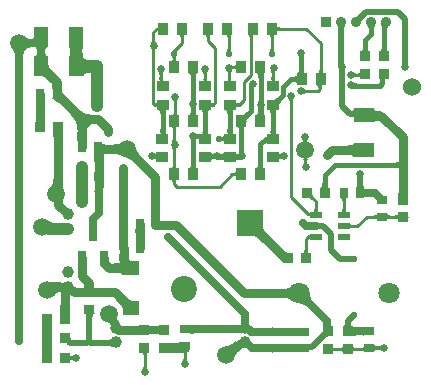
<source format=gtl>
G04*
G04 #@! TF.GenerationSoftware,Altium Limited,Altium Designer,20.0.2 (26)*
G04*
G04 Layer_Physical_Order=1*
G04 Layer_Color=255*
%FSLAX25Y25*%
%MOIN*%
G70*
G01*
G75*
%ADD10C,0.01000*%
%ADD17R,0.03150X0.03543*%
%ADD18R,0.06697X0.04754*%
%ADD19R,0.04221X0.02095*%
%ADD20R,0.04754X0.06697*%
%ADD21R,0.03150X0.03402*%
%ADD22R,0.03543X0.03937*%
%ADD23R,0.05512X0.04724*%
%ADD24R,0.02756X0.04921*%
%ADD25R,0.03175X0.03402*%
%ADD26C,0.05906*%
%ADD27R,0.03543X0.03150*%
%ADD28C,0.06000*%
%ADD29R,0.03937X0.03543*%
%ADD30R,0.03402X0.03175*%
%ADD52C,0.02500*%
%ADD53C,0.03000*%
%ADD54C,0.02000*%
%ADD55C,0.01500*%
%ADD56C,0.04000*%
%ADD57C,0.03937*%
%ADD58R,0.08661X0.08661*%
%ADD59C,0.03543*%
%ADD60R,0.03543X0.03543*%
%ADD61C,0.07087*%
%ADD62C,0.08661*%
%ADD63C,0.02200*%
%ADD64C,0.02500*%
G36*
X119486Y122049D02*
X119349Y121908D01*
X119029Y121529D01*
X118953Y121417D01*
X118892Y121312D01*
X118846Y121215D01*
X118815Y121125D01*
X118799Y121042D01*
X118798Y120967D01*
X116903Y122567D01*
X116966Y122578D01*
X117038Y122604D01*
X117119Y122644D01*
X117208Y122697D01*
X117306Y122766D01*
X117528Y122944D01*
X117785Y123179D01*
X117927Y123318D01*
X119486Y122049D01*
D02*
G37*
G36*
X113229Y119480D02*
X113188Y119409D01*
X113152Y119323D01*
X113121Y119220D01*
X113094Y119102D01*
X113073Y118968D01*
X113044Y118653D01*
X113034Y118275D01*
X111034D01*
X111032Y118472D01*
X110996Y118968D01*
X110974Y119102D01*
X110948Y119220D01*
X110916Y119323D01*
X110880Y119409D01*
X110840Y119480D01*
X110794Y119535D01*
X113274D01*
X113229Y119480D01*
D02*
G37*
G36*
X123181Y119434D02*
X123098Y119325D01*
X123024Y119207D01*
X122961Y119080D01*
X122907Y118944D01*
X122863Y118799D01*
X122828Y118646D01*
X122804Y118483D01*
X122789Y118312D01*
X122784Y118132D01*
X121284D01*
X121279Y118312D01*
X121265Y118483D01*
X121240Y118646D01*
X121206Y118799D01*
X121162Y118944D01*
X121108Y119080D01*
X121044Y119207D01*
X120970Y119325D01*
X120887Y119434D01*
X120794Y119535D01*
X123274D01*
X123181Y119434D01*
D02*
G37*
G36*
X127638Y119135D02*
X127527Y119085D01*
X127427Y119019D01*
X127338Y118940D01*
X127262Y118845D01*
X127197Y118736D01*
X127144Y118611D01*
X127103Y118472D01*
X127074Y118318D01*
X127056Y118149D01*
X127050Y117965D01*
X125550Y118769D01*
X125548Y118957D01*
X125509Y119597D01*
X125491Y119729D01*
X125446Y119961D01*
X125418Y120060D01*
X125387Y120148D01*
X127638Y119135D01*
D02*
G37*
G36*
X90658Y119605D02*
X90688Y119520D01*
X90739Y119445D01*
X90809Y119380D01*
X90900Y119325D01*
X91012Y119280D01*
X91143Y119245D01*
X91295Y119220D01*
X91467Y119205D01*
X91659Y119200D01*
Y118200D01*
X91467Y118195D01*
X91295Y118180D01*
X91143Y118155D01*
X91012Y118120D01*
X90900Y118075D01*
X90809Y118020D01*
X90739Y117955D01*
X90688Y117880D01*
X90658Y117795D01*
X90648Y117700D01*
Y119700D01*
X90658Y119605D01*
D02*
G37*
G36*
X89805Y116746D02*
X89720Y116715D01*
X89645Y116665D01*
X89580Y116594D01*
X89525Y116503D01*
X89480Y116391D01*
X89445Y116260D01*
X89420Y116108D01*
X89405Y115936D01*
X89400Y115744D01*
X88400D01*
X88395Y115936D01*
X88380Y116108D01*
X88355Y116260D01*
X88320Y116391D01*
X88275Y116503D01*
X88220Y116594D01*
X88155Y116665D01*
X88080Y116715D01*
X87995Y116746D01*
X87900Y116756D01*
X89900D01*
X89805Y116746D01*
D02*
G37*
G36*
X82883D02*
X82798Y116715D01*
X82723Y116665D01*
X82658Y116594D01*
X82603Y116503D01*
X82558Y116391D01*
X82523Y116260D01*
X82498Y116108D01*
X82483Y115936D01*
X82478Y115744D01*
X81478D01*
X81473Y115936D01*
X81458Y116108D01*
X81433Y116260D01*
X81398Y116391D01*
X81353Y116503D01*
X81298Y116594D01*
X81233Y116665D01*
X81158Y116715D01*
X81073Y116746D01*
X80978Y116756D01*
X82978D01*
X82883Y116746D01*
D02*
G37*
G36*
X75505D02*
X75420Y116715D01*
X75345Y116665D01*
X75280Y116594D01*
X75225Y116503D01*
X75180Y116391D01*
X75145Y116260D01*
X75120Y116108D01*
X75105Y115936D01*
X75100Y115744D01*
X74100D01*
X74095Y115936D01*
X74080Y116108D01*
X74055Y116260D01*
X74020Y116391D01*
X73975Y116503D01*
X73920Y116594D01*
X73855Y116665D01*
X73780Y116715D01*
X73695Y116746D01*
X73600Y116756D01*
X75600D01*
X75505Y116746D01*
D02*
G37*
G36*
X68530D02*
X68445Y116715D01*
X68370Y116665D01*
X68305Y116594D01*
X68251Y116503D01*
X68205Y116391D01*
X68170Y116260D01*
X68146Y116108D01*
X68130Y115936D01*
X68125Y115744D01*
X67125D01*
X67120Y115936D01*
X67106Y116108D01*
X67080Y116260D01*
X67045Y116391D01*
X67001Y116503D01*
X66945Y116594D01*
X66881Y116665D01*
X66805Y116715D01*
X66720Y116746D01*
X66625Y116756D01*
X68625D01*
X68530Y116746D01*
D02*
G37*
G36*
X59854D02*
X59769Y116715D01*
X59694Y116665D01*
X59629Y116594D01*
X59574Y116503D01*
X59529Y116391D01*
X59494Y116260D01*
X59469Y116108D01*
X59454Y115936D01*
X59449Y115744D01*
X58449D01*
X58444Y115936D01*
X58429Y116108D01*
X58404Y116260D01*
X58369Y116391D01*
X58324Y116503D01*
X58269Y116594D01*
X58204Y116665D01*
X58129Y116715D01*
X58044Y116746D01*
X57949Y116756D01*
X59949D01*
X59854Y116746D01*
D02*
G37*
G36*
X9686Y115054D02*
X9843Y115050D01*
Y112664D01*
X14409D01*
X14197Y112639D01*
X14007Y112564D01*
X13840Y112439D01*
X13695Y112264D01*
X13572Y112039D01*
X13472Y111764D01*
X13394Y111439D01*
X13338Y111064D01*
X13337Y111050D01*
X13338Y111036D01*
X13394Y110661D01*
X13472Y110336D01*
X13572Y110061D01*
X13695Y109836D01*
X13840Y109661D01*
X14007Y109536D01*
X14197Y109461D01*
X14409Y109436D01*
X9679D01*
X9890Y109461D01*
X10080Y109536D01*
X10247Y109661D01*
X10392Y109836D01*
X10515Y110061D01*
X10615Y110336D01*
X10693Y110661D01*
X10749Y111036D01*
X10750Y111050D01*
X10749Y111064D01*
X10693Y111439D01*
X10615Y111764D01*
X10515Y112039D01*
X10392Y112264D01*
X10247Y112439D01*
X10080Y112564D01*
X9890Y112639D01*
X9843Y112644D01*
Y112550D01*
X9430Y112541D01*
X8667Y112465D01*
X8318Y112399D01*
X7991Y112315D01*
X7686Y112211D01*
X7402Y112089D01*
X7139Y111948D01*
X6899Y111788D01*
X6882Y111775D01*
X6845Y111722D01*
X6657Y111416D01*
X6492Y111100D01*
X6348Y110774D01*
X6226Y110440D01*
X6127Y110096D01*
X6050Y109742D01*
X5994Y109379D01*
X5961Y109007D01*
X5950Y108625D01*
X3450D01*
X3439Y109007D01*
X3406Y109379D01*
X3351Y109742D01*
X3273Y110096D01*
X3174Y110440D01*
X3052Y110774D01*
X2908Y111100D01*
X2743Y111416D01*
X2555Y111722D01*
X2345Y112019D01*
X6680D01*
Y115991D01*
X6899Y115812D01*
X7139Y115652D01*
X7402Y115511D01*
X7686Y115389D01*
X7991Y115285D01*
X8318Y115200D01*
X8484Y115169D01*
X8784Y115250D01*
X9060Y115363D01*
X9287Y115500D01*
X9463Y115663D01*
X9589Y115850D01*
X9665Y116062D01*
X9691Y116300D01*
X9686Y115054D01*
D02*
G37*
G36*
X49904Y114792D02*
X49916Y114673D01*
X49937Y114560D01*
X49965Y114454D01*
X50002Y114355D01*
X50046Y114261D01*
X50099Y114174D01*
X50160Y114093D01*
X50229Y114018D01*
X50306Y113950D01*
X48565Y113774D01*
X48629Y113857D01*
X48686Y113944D01*
X48736Y114036D01*
X48780Y114132D01*
X48816Y114233D01*
X48847Y114338D01*
X48870Y114448D01*
X48887Y114563D01*
X48897Y114682D01*
X48900Y114806D01*
X49900Y114917D01*
X49904Y114792D01*
D02*
G37*
G36*
X75103Y111825D02*
X75124Y111615D01*
X75143Y111520D01*
X75168Y111431D01*
X75197Y111349D01*
X75232Y111274D01*
X75273Y111204D01*
X75319Y111142D01*
X75370Y111086D01*
X73830D01*
X73881Y111142D01*
X73927Y111204D01*
X73968Y111274D01*
X74003Y111349D01*
X74032Y111431D01*
X74057Y111520D01*
X74076Y111615D01*
X74089Y111717D01*
X74097Y111825D01*
X74100Y111940D01*
X75100D01*
X75103Y111825D01*
D02*
G37*
G36*
X127058Y112254D02*
X127080Y111997D01*
X127118Y111770D01*
X127170Y111573D01*
X127237Y111407D01*
X127320Y111271D01*
X127418Y111165D01*
X127530Y111090D01*
X127657Y111044D01*
X127800Y111029D01*
X124800D01*
X124943Y111044D01*
X125070Y111090D01*
X125182Y111165D01*
X125280Y111271D01*
X125363Y111407D01*
X125430Y111573D01*
X125482Y111770D01*
X125520Y111997D01*
X125542Y112254D01*
X125550Y112541D01*
X127050D01*
X127058Y112254D01*
D02*
G37*
G36*
X120757D02*
X120780Y111997D01*
X120817Y111770D01*
X120870Y111573D01*
X120938Y111407D01*
X121020Y111271D01*
X121117Y111165D01*
X121230Y111090D01*
X121358Y111044D01*
X121500Y111029D01*
X118500D01*
X118642Y111044D01*
X118770Y111090D01*
X118883Y111165D01*
X118980Y111271D01*
X119062Y111407D01*
X119130Y111573D01*
X119183Y111770D01*
X119220Y111997D01*
X119243Y112254D01*
X119250Y112541D01*
X120750D01*
X120757Y112254D01*
D02*
G37*
G36*
X89403Y111725D02*
X89424Y111515D01*
X89443Y111420D01*
X89468Y111331D01*
X89497Y111249D01*
X89532Y111174D01*
X89573Y111104D01*
X89619Y111042D01*
X89670Y110986D01*
X88130D01*
X88181Y111042D01*
X88227Y111104D01*
X88268Y111174D01*
X88303Y111249D01*
X88332Y111331D01*
X88357Y111420D01*
X88376Y111515D01*
X88389Y111617D01*
X88397Y111725D01*
X88400Y111840D01*
X89400D01*
X89403Y111725D01*
D02*
G37*
G36*
X57464Y111557D02*
X57383Y111471D01*
X57314Y111390D01*
X57258Y111312D01*
X57214Y111239D01*
X57183Y111169D01*
X57164Y111104D01*
X57158Y111042D01*
X57165Y110984D01*
X57183Y110931D01*
X57215Y110881D01*
X55773Y111136D01*
X56604Y112111D01*
X57464Y111557D01*
D02*
G37*
G36*
X25691Y112676D02*
X25692Y112664D01*
X26052D01*
X25983Y112624D01*
X25921Y112504D01*
X25866Y112303D01*
X25819Y112024D01*
X25779Y111664D01*
X25767Y111427D01*
X25866Y109797D01*
X25921Y109597D01*
X25983Y109476D01*
X26052Y109436D01*
X25695D01*
X25687Y108664D01*
X21687D01*
X21684Y109424D01*
X21683Y109436D01*
X21322D01*
X21392Y109476D01*
X21454Y109597D01*
X21508Y109797D01*
X21556Y110076D01*
X21596Y110436D01*
X21608Y110673D01*
X21508Y112303D01*
X21454Y112504D01*
X21392Y112624D01*
X21322Y112664D01*
X21679D01*
X21687Y113436D01*
X25687D01*
X25691Y112676D01*
D02*
G37*
G36*
X99551Y109477D02*
X99530Y109434D01*
X99511Y109379D01*
X99495Y109311D01*
X99481Y109232D01*
X99461Y109036D01*
X99451Y108791D01*
X99450Y108650D01*
X97950D01*
X97949Y108791D01*
X97919Y109232D01*
X97905Y109311D01*
X97889Y109379D01*
X97870Y109434D01*
X97849Y109477D01*
X97825Y109507D01*
X99575D01*
X99551Y109477D01*
D02*
G37*
G36*
X57069Y109358D02*
X57024Y109296D01*
X56983Y109226D01*
X56948Y109151D01*
X56918Y109069D01*
X56894Y108980D01*
X56875Y108885D01*
X56862Y108783D01*
X56853Y108675D01*
X56853Y108663D01*
X56856Y108564D01*
X56871Y108392D01*
X56896Y108240D01*
X56931Y108109D01*
X56976Y107997D01*
X57031Y107906D01*
X57096Y107835D01*
X57171Y107785D01*
X57256Y107754D01*
X57351Y107744D01*
X55351D01*
X55446Y107754D01*
X55531Y107785D01*
X55606Y107835D01*
X55671Y107906D01*
X55726Y107997D01*
X55771Y108109D01*
X55806Y108240D01*
X55831Y108392D01*
X55846Y108564D01*
X55848Y108663D01*
X55848Y108675D01*
X55826Y108885D01*
X55808Y108980D01*
X55783Y109069D01*
X55754Y109151D01*
X55718Y109226D01*
X55678Y109296D01*
X55632Y109358D01*
X55581Y109414D01*
X57121D01*
X57069Y109358D01*
D02*
G37*
G36*
X77003Y104800D02*
X76993Y104895D01*
X76963Y104980D01*
X76912Y105055D01*
X76841Y105120D01*
X76750Y105175D01*
X76639Y105220D01*
X76507Y105255D01*
X76457Y105263D01*
X76442Y105260D01*
X76342Y105229D01*
X76250Y105189D01*
X76168Y105140D01*
X76094Y105083D01*
X76029Y105016D01*
X75973Y104941D01*
X75926Y104857D01*
X75366Y106515D01*
X75453Y106474D01*
X75543Y106437D01*
X75638Y106405D01*
X75737Y106377D01*
X75948Y106334D01*
X76059Y106319D01*
X76216Y106308D01*
X76356Y106320D01*
X76507Y106345D01*
X76639Y106380D01*
X76750Y106425D01*
X76841Y106480D01*
X76912Y106545D01*
X76963Y106620D01*
X76993Y106705D01*
X77003Y106800D01*
Y104800D01*
D02*
G37*
G36*
X105754Y104564D02*
X105769Y104392D01*
X105794Y104241D01*
X105829Y104109D01*
X105874Y103998D01*
X105929Y103907D01*
X105994Y103836D01*
X106069Y103785D01*
X106154Y103755D01*
X106249Y103745D01*
X104249D01*
X104344Y103755D01*
X104429Y103785D01*
X104504Y103836D01*
X104569Y103907D01*
X104624Y103998D01*
X104669Y104109D01*
X104704Y104241D01*
X104729Y104392D01*
X104744Y104564D01*
X104749Y104757D01*
X105749D01*
X105754Y104564D01*
D02*
G37*
G36*
X99458Y104969D02*
X99480Y104712D01*
X99518Y104486D01*
X99570Y104289D01*
X99638Y104123D01*
X99720Y103987D01*
X99818Y103881D01*
X99930Y103805D01*
X100057Y103760D01*
X100200Y103745D01*
X97200D01*
X97342Y103760D01*
X97470Y103805D01*
X97583Y103881D01*
X97680Y103987D01*
X97763Y104123D01*
X97830Y104289D01*
X97882Y104486D01*
X97920Y104712D01*
X97943Y104969D01*
X97950Y105257D01*
X99450D01*
X99458Y104969D01*
D02*
G37*
G36*
X90235Y104623D02*
X90152Y104568D01*
X90078Y104505D01*
X90013Y104434D01*
X89956Y104355D01*
X89909Y104268D01*
X89869Y104174D01*
X89839Y104071D01*
X89817Y103961D01*
X89804Y103842D01*
X89800Y103716D01*
X88800Y103990D01*
X88797Y104113D01*
X88776Y104348D01*
X88758Y104459D01*
X88734Y104567D01*
X88705Y104670D01*
X88671Y104769D01*
X88631Y104865D01*
X88586Y104956D01*
X88536Y105044D01*
X90235Y104623D01*
D02*
G37*
G36*
X75604Y104431D02*
X75540Y104350D01*
X75484Y104263D01*
X75435Y104170D01*
X75394Y104073D01*
X75360Y103970D01*
X75334Y103861D01*
X75315Y103748D01*
X75304Y103629D01*
X75300Y103504D01*
X74300D01*
X74296Y103629D01*
X74285Y103748D01*
X74266Y103861D01*
X74240Y103970D01*
X74206Y104073D01*
X74165Y104170D01*
X74116Y104263D01*
X74060Y104350D01*
X73996Y104431D01*
X73925Y104507D01*
X75675D01*
X75604Y104431D01*
D02*
G37*
G36*
X67503Y104231D02*
X67440Y104150D01*
X67384Y104063D01*
X67335Y103971D01*
X67294Y103873D01*
X67260Y103770D01*
X67234Y103662D01*
X67215Y103548D01*
X67203Y103429D01*
X67200Y103305D01*
X66200D01*
X66196Y103429D01*
X66185Y103548D01*
X66166Y103662D01*
X66140Y103770D01*
X66106Y103873D01*
X66065Y103971D01*
X66016Y104063D01*
X65960Y104150D01*
X65896Y104231D01*
X65825Y104307D01*
X67575D01*
X67503Y104231D01*
D02*
G37*
G36*
X52704Y104231D02*
X52640Y104150D01*
X52584Y104063D01*
X52535Y103970D01*
X52494Y103873D01*
X52460Y103770D01*
X52434Y103662D01*
X52415Y103548D01*
X52404Y103429D01*
X52400Y103304D01*
X51400D01*
X51396Y103429D01*
X51385Y103548D01*
X51366Y103662D01*
X51340Y103770D01*
X51306Y103873D01*
X51265Y103970D01*
X51216Y104063D01*
X51160Y104150D01*
X51096Y104231D01*
X51025Y104307D01*
X52775D01*
X52704Y104231D01*
D02*
G37*
G36*
X26092Y109183D02*
X26212Y108955D01*
X26412Y108755D01*
X26692Y108581D01*
X27052Y108434D01*
X27492Y108314D01*
X28012Y108220D01*
X28612Y108153D01*
X30052Y108100D01*
Y104100D01*
X29292Y104087D01*
X28012Y103980D01*
X27492Y103886D01*
X27052Y103766D01*
X26692Y103619D01*
X26412Y103445D01*
X26212Y103245D01*
X26092Y103017D01*
X26052Y102764D01*
Y109436D01*
X26092Y109183D01*
D02*
G37*
G36*
X86558Y103840D02*
X86430Y103795D01*
X86317Y103719D01*
X86220Y103613D01*
X86137Y103477D01*
X86070Y103311D01*
X86018Y103114D01*
X85980Y102888D01*
X85957Y102631D01*
X85950Y102343D01*
X84450D01*
X84443Y102631D01*
X84420Y102888D01*
X84382Y103114D01*
X84330Y103311D01*
X84263Y103477D01*
X84180Y103613D01*
X84083Y103719D01*
X83970Y103795D01*
X83842Y103840D01*
X83700Y103855D01*
X86700D01*
X86558Y103840D01*
D02*
G37*
G36*
X64007D02*
X63880Y103795D01*
X63767Y103719D01*
X63670Y103613D01*
X63587Y103477D01*
X63520Y103311D01*
X63467Y103114D01*
X63430Y102888D01*
X63407Y102631D01*
X63400Y102343D01*
X61900D01*
X61892Y102631D01*
X61870Y102888D01*
X61832Y103114D01*
X61780Y103311D01*
X61712Y103477D01*
X61630Y103613D01*
X61532Y103719D01*
X61420Y103795D01*
X61292Y103840D01*
X61150Y103855D01*
X64150D01*
X64007Y103840D01*
D02*
G37*
G36*
X116269Y104004D02*
X116350Y103940D01*
X116437Y103884D01*
X116530Y103835D01*
X116627Y103794D01*
X116730Y103760D01*
X116839Y103734D01*
X116952Y103715D01*
X117071Y103704D01*
X117196Y103700D01*
Y102700D01*
X117071Y102696D01*
X116952Y102685D01*
X116839Y102666D01*
X116730Y102640D01*
X116627Y102606D01*
X116530Y102565D01*
X116437Y102516D01*
X116350Y102460D01*
X116269Y102396D01*
X116193Y102325D01*
Y104075D01*
X116269Y104004D01*
D02*
G37*
G36*
X118311Y102200D02*
X118301Y102295D01*
X118271Y102380D01*
X118221Y102455D01*
X118151Y102520D01*
X118061Y102575D01*
X117951Y102620D01*
X117821Y102655D01*
X117671Y102680D01*
X117501Y102695D01*
X117311Y102700D01*
Y103700D01*
X117501Y103705D01*
X117671Y103720D01*
X117821Y103745D01*
X117951Y103780D01*
X118061Y103825D01*
X118151Y103880D01*
X118221Y103945D01*
X118271Y104020D01*
X118301Y104105D01*
X118311Y104200D01*
Y102200D01*
D02*
G37*
G36*
X89805Y102216D02*
X89820Y102044D01*
X89845Y101893D01*
X89880Y101761D01*
X89925Y101650D01*
X89980Y101559D01*
X90045Y101488D01*
X90120Y101437D01*
X90205Y101407D01*
X90300Y101397D01*
X88300D01*
X88395Y101407D01*
X88480Y101437D01*
X88555Y101488D01*
X88620Y101559D01*
X88675Y101650D01*
X88720Y101761D01*
X88755Y101893D01*
X88780Y102044D01*
X88795Y102216D01*
X88800Y102409D01*
X89800D01*
X89805Y102216D01*
D02*
G37*
G36*
X75305D02*
X75320Y102044D01*
X75345Y101893D01*
X75380Y101761D01*
X75425Y101650D01*
X75480Y101559D01*
X75545Y101488D01*
X75620Y101437D01*
X75705Y101407D01*
X75800Y101397D01*
X73800D01*
X73895Y101407D01*
X73980Y101437D01*
X74055Y101488D01*
X74120Y101559D01*
X74175Y101650D01*
X74220Y101761D01*
X74255Y101893D01*
X74280Y102044D01*
X74295Y102216D01*
X74300Y102409D01*
X75300D01*
X75305Y102216D01*
D02*
G37*
G36*
X67205D02*
X67220Y102044D01*
X67245Y101893D01*
X67280Y101761D01*
X67325Y101650D01*
X67380Y101559D01*
X67445Y101488D01*
X67520Y101437D01*
X67605Y101407D01*
X67700Y101397D01*
X65700D01*
X65795Y101407D01*
X65880Y101437D01*
X65955Y101488D01*
X66020Y101559D01*
X66075Y101650D01*
X66120Y101761D01*
X66155Y101893D01*
X66180Y102044D01*
X66195Y102216D01*
X66200Y102409D01*
X67200D01*
X67205Y102216D01*
D02*
G37*
G36*
X52405D02*
X52420Y102044D01*
X52445Y101893D01*
X52480Y101761D01*
X52525Y101650D01*
X52580Y101559D01*
X52645Y101488D01*
X52720Y101437D01*
X52805Y101407D01*
X52900Y101397D01*
X50900D01*
X50995Y101407D01*
X51080Y101437D01*
X51155Y101488D01*
X51220Y101559D01*
X51275Y101650D01*
X51320Y101761D01*
X51355Y101893D01*
X51380Y102044D01*
X51395Y102216D01*
X51400Y102409D01*
X52400D01*
X52405Y102216D01*
D02*
G37*
G36*
X14282Y107691D02*
X14264Y107351D01*
X14343Y106956D01*
X14517Y106507D01*
X14789Y106003D01*
X15156Y105446D01*
X15620Y104834D01*
X16837Y103448D01*
X17591Y102674D01*
X15380Y100642D01*
X14720Y101281D01*
X13557Y102275D01*
X13055Y102630D01*
X12604Y102891D01*
X12206Y103057D01*
X11860Y103128D01*
X11567Y103105D01*
X11326Y102988D01*
X11137Y102776D01*
X14397Y107978D01*
X14282Y107691D01*
D02*
G37*
G36*
X127046Y101956D02*
X126939Y101914D01*
X126844Y101844D01*
X126762Y101747D01*
X126693Y101621D01*
X126636Y101468D01*
X126592Y101287D01*
X126561Y101079D01*
X126542Y100843D01*
X126535Y100579D01*
X125036D01*
X125031Y100841D01*
X124997Y101283D01*
X124968Y101462D01*
X124929Y101614D01*
X124883Y101738D01*
X124828Y101835D01*
X124764Y101904D01*
X124692Y101945D01*
X124611Y101959D01*
X127166Y101971D01*
X127046Y101956D01*
D02*
G37*
G36*
X97191Y100300D02*
X97176Y100443D01*
X97131Y100570D01*
X97056Y100683D01*
X96951Y100780D01*
X96816Y100863D01*
X96651Y100930D01*
X96456Y100983D01*
X96231Y101020D01*
X95976Y101043D01*
X95691Y101050D01*
Y102550D01*
X95976Y102558D01*
X96231Y102580D01*
X96456Y102618D01*
X96651Y102670D01*
X96816Y102738D01*
X96951Y102820D01*
X97056Y102918D01*
X97131Y103030D01*
X97176Y103158D01*
X97191Y103300D01*
Y100300D01*
D02*
G37*
G36*
X116451Y100588D02*
X116494Y100559D01*
X116549Y100534D01*
X116615Y100512D01*
X116694Y100493D01*
X116786Y100477D01*
X117005Y100457D01*
X117132Y100452D01*
X117272Y100450D01*
X116962Y98950D01*
X116820Y98949D01*
X116199Y98914D01*
X116163Y98904D01*
X116141Y98893D01*
X116421Y100621D01*
X116451Y100588D01*
D02*
G37*
G36*
X105805Y99846D02*
X105720Y99815D01*
X105645Y99765D01*
X105580Y99694D01*
X105525Y99603D01*
X105480Y99491D01*
X105445Y99360D01*
X105420Y99208D01*
X105405Y99036D01*
X105400Y98844D01*
X104400D01*
X104395Y99036D01*
X104380Y99208D01*
X104355Y99360D01*
X104320Y99491D01*
X104275Y99603D01*
X104220Y99694D01*
X104155Y99765D01*
X104080Y99815D01*
X103995Y99846D01*
X103900Y99856D01*
X105900D01*
X105805Y99846D01*
D02*
G37*
G36*
X18818Y98660D02*
X15693D01*
X15705Y98682D01*
X15715Y98749D01*
X15725Y98860D01*
X15750Y99752D01*
X15755Y100888D01*
X18756D01*
X18818Y98660D01*
D02*
G37*
G36*
X82995Y99152D02*
X82958Y99129D01*
X82925Y99093D01*
X82895Y99043D01*
X82870Y98981D01*
X82849Y98906D01*
X82831Y98818D01*
X82818Y98717D01*
X82802Y98476D01*
X82800Y98336D01*
X81300Y99200D01*
X81362Y99782D01*
X82995Y99152D01*
D02*
G37*
G36*
X99687Y98585D02*
X99769Y98522D01*
X99856Y98465D01*
X99948Y98417D01*
X100046Y98375D01*
X100148Y98342D01*
X100257Y98315D01*
X100371Y98297D01*
X100489Y98286D01*
X100614Y98282D01*
Y97282D01*
X100489Y97278D01*
X100371Y97267D01*
X100257Y97248D01*
X100148Y97222D01*
X100046Y97188D01*
X99948Y97147D01*
X99856Y97098D01*
X99769Y97042D01*
X99687Y96978D01*
X99611Y96907D01*
Y98657D01*
X99687Y98585D01*
D02*
G37*
G36*
X92317Y95110D02*
X92019Y94801D01*
X91550Y94248D01*
X91379Y94004D01*
X91250Y93781D01*
X91164Y93579D01*
X91121Y93399D01*
X91119Y93241D01*
X91161Y93104D01*
X91244Y92988D01*
X89135Y95098D01*
X89251Y95014D01*
X89388Y94973D01*
X89546Y94974D01*
X89726Y95018D01*
X89928Y95104D01*
X90150Y95232D01*
X90395Y95403D01*
X90660Y95616D01*
X91256Y96170D01*
X92317Y95110D01*
D02*
G37*
G36*
X96193Y95157D02*
X96129Y95075D01*
X96073Y94988D01*
X96024Y94896D01*
X95982Y94798D01*
X95949Y94695D01*
X95922Y94587D01*
X95904Y94473D01*
X95893Y94354D01*
X95889Y94230D01*
X94889D01*
X94885Y94354D01*
X94874Y94473D01*
X94855Y94587D01*
X94829Y94695D01*
X94795Y94798D01*
X94754Y94896D01*
X94705Y94988D01*
X94649Y95075D01*
X94585Y95157D01*
X94514Y95233D01*
X96264D01*
X96193Y95157D01*
D02*
G37*
G36*
X86050Y94967D02*
X86051Y94825D01*
X86084Y94307D01*
X86096Y94241D01*
X86110Y94188D01*
X86126Y94148D01*
X86144Y94120D01*
X84399Y94260D01*
X84428Y94291D01*
X84453Y94334D01*
X84476Y94390D01*
X84496Y94458D01*
X84512Y94537D01*
X84526Y94629D01*
X84544Y94849D01*
X84550Y95118D01*
X86050Y94967D01*
D02*
G37*
G36*
X57604Y94931D02*
X57540Y94850D01*
X57484Y94763D01*
X57435Y94670D01*
X57394Y94573D01*
X57360Y94470D01*
X57334Y94362D01*
X57315Y94248D01*
X57304Y94129D01*
X57300Y94004D01*
X56300D01*
X56296Y94129D01*
X56285Y94248D01*
X56266Y94362D01*
X56240Y94470D01*
X56206Y94573D01*
X56165Y94670D01*
X56116Y94763D01*
X56060Y94850D01*
X55996Y94931D01*
X55925Y95007D01*
X57675D01*
X57604Y94931D01*
D02*
G37*
G36*
X76854Y94250D02*
X76885Y94166D01*
X76935Y94092D01*
X77005Y94028D01*
X77096Y93974D01*
X77206Y93929D01*
X77337Y93894D01*
X77488Y93870D01*
X77659Y93855D01*
X77850Y93850D01*
Y92850D01*
X77659Y92845D01*
X77488Y92830D01*
X77337Y92806D01*
X77206Y92771D01*
X77096Y92727D01*
X77005Y92672D01*
X76935Y92608D01*
X76885Y92534D01*
X76854Y92450D01*
X76844Y92356D01*
Y92848D01*
X75430Y92819D01*
Y93881D01*
X75451Y93875D01*
X75501Y93870D01*
X75689Y93861D01*
X76844Y93851D01*
Y94344D01*
X76854Y94250D01*
D02*
G37*
G36*
X68650Y93926D02*
X68669Y93910D01*
X68699Y93896D01*
X68741Y93884D01*
X68796Y93874D01*
X68862Y93865D01*
X69032Y93854D01*
X69250Y93850D01*
Y92850D01*
X69135Y92849D01*
X68796Y92827D01*
X68741Y92816D01*
X68699Y92804D01*
X68669Y92790D01*
X68650Y92774D01*
X68644Y92756D01*
Y92848D01*
X67230Y92819D01*
Y93881D01*
X67251Y93875D01*
X67301Y93870D01*
X67489Y93861D01*
X68644Y93851D01*
Y93944D01*
X68650Y93926D01*
D02*
G37*
G36*
X63400Y95311D02*
X63401Y95169D01*
X63440Y94650D01*
X63454Y94583D01*
X63470Y94529D01*
X63489Y94487D01*
X63510Y94457D01*
X62670Y93600D01*
X61761Y94527D01*
X61788Y94558D01*
X61811Y94601D01*
X61832Y94657D01*
X61850Y94725D01*
X61865Y94804D01*
X61878Y94896D01*
X61894Y95117D01*
X61900Y95386D01*
X63400Y95311D01*
D02*
G37*
G36*
X18839Y98410D02*
X18903Y98142D01*
X19009Y97856D01*
X19158Y97552D01*
X19349Y97228D01*
X19582Y96887D01*
X19858Y96527D01*
X20537Y95752D01*
X20940Y95337D01*
X19015Y93019D01*
X18600Y93422D01*
X17465Y94377D01*
X17124Y94610D01*
X16801Y94801D01*
X16496Y94949D01*
X16210Y95056D01*
X15942Y95119D01*
X15693Y95140D01*
X18818Y98660D01*
X18839Y98410D01*
D02*
G37*
G36*
X50555Y93852D02*
X51970Y93881D01*
Y92819D01*
X51949Y92825D01*
X51899Y92830D01*
X51710Y92839D01*
X50555Y92849D01*
Y92607D01*
X50548Y92653D01*
X50525Y92694D01*
X50487Y92731D01*
X50434Y92763D01*
X50366Y92789D01*
X50283Y92811D01*
X50185Y92828D01*
X50072Y92840D01*
X49800Y92850D01*
Y93850D01*
X49944Y93853D01*
X50185Y93872D01*
X50283Y93889D01*
X50366Y93911D01*
X50434Y93938D01*
X50487Y93969D01*
X50525Y94006D01*
X50548Y94047D01*
X50555Y94093D01*
Y93852D01*
D02*
G37*
G36*
X13295Y95110D02*
X13285Y95020D01*
X13275Y94870D01*
X13244Y92140D01*
X10244D01*
X10182Y95140D01*
X13307D01*
X13295Y95110D01*
D02*
G37*
G36*
X63510Y92743D02*
X63489Y92713D01*
X63470Y92671D01*
X63454Y92617D01*
X63440Y92550D01*
X63401Y92031D01*
X63400Y91889D01*
X61900Y91814D01*
X61894Y92084D01*
X61878Y92304D01*
X61865Y92396D01*
X61850Y92475D01*
X61832Y92543D01*
X61811Y92599D01*
X61788Y92642D01*
X61761Y92673D01*
X62670Y93600D01*
X63510Y92743D01*
D02*
G37*
G36*
X86051Y92377D02*
X86030Y92334D01*
X86011Y92279D01*
X85995Y92211D01*
X85981Y92132D01*
X85961Y91936D01*
X85951Y91691D01*
X85950Y91550D01*
X84450D01*
X84449Y91691D01*
X84419Y92132D01*
X84405Y92211D01*
X84389Y92279D01*
X84370Y92334D01*
X84349Y92377D01*
X84325Y92407D01*
X86075D01*
X86051Y92377D01*
D02*
G37*
G36*
X90657Y91576D02*
X90530Y91531D01*
X90417Y91456D01*
X90320Y91351D01*
X90237Y91216D01*
X90170Y91051D01*
X90117Y90856D01*
X90080Y90631D01*
X90057Y90376D01*
X90050Y90091D01*
X88550D01*
X88542Y90376D01*
X88520Y90631D01*
X88482Y90856D01*
X88430Y91051D01*
X88362Y91216D01*
X88280Y91351D01*
X88182Y91456D01*
X88070Y91531D01*
X87942Y91576D01*
X87800Y91591D01*
X90800D01*
X90657Y91576D01*
D02*
G37*
G36*
X76257D02*
X76130Y91531D01*
X76017Y91456D01*
X75920Y91351D01*
X75837Y91216D01*
X75770Y91051D01*
X75717Y90856D01*
X75680Y90631D01*
X75657Y90376D01*
X75650Y90091D01*
X74150D01*
X74142Y90376D01*
X74120Y90631D01*
X74082Y90856D01*
X74030Y91051D01*
X73962Y91216D01*
X73880Y91351D01*
X73782Y91456D01*
X73670Y91531D01*
X73542Y91576D01*
X73400Y91591D01*
X76400D01*
X76257Y91576D01*
D02*
G37*
G36*
X68111D02*
X67983Y91531D01*
X67871Y91456D01*
X67773Y91351D01*
X67691Y91216D01*
X67623Y91051D01*
X67571Y90856D01*
X67533Y90631D01*
X67511Y90376D01*
X67503Y90091D01*
X66003D01*
X65996Y90376D01*
X65973Y90631D01*
X65936Y90856D01*
X65883Y91051D01*
X65816Y91216D01*
X65733Y91351D01*
X65636Y91456D01*
X65523Y91531D01*
X65396Y91576D01*
X65253Y91591D01*
X68253D01*
X68111Y91576D01*
D02*
G37*
G36*
X53857D02*
X53730Y91531D01*
X53617Y91456D01*
X53520Y91351D01*
X53437Y91216D01*
X53370Y91051D01*
X53317Y90856D01*
X53280Y90631D01*
X53257Y90376D01*
X53250Y90091D01*
X51750D01*
X51742Y90376D01*
X51720Y90631D01*
X51682Y90856D01*
X51630Y91051D01*
X51562Y91216D01*
X51480Y91351D01*
X51382Y91456D01*
X51270Y91531D01*
X51142Y91576D01*
X51000Y91591D01*
X54000D01*
X53857Y91576D01*
D02*
G37*
G36*
X85957Y91169D02*
X85980Y90912D01*
X86018Y90685D01*
X86070Y90489D01*
X86137Y90323D01*
X86220Y90186D01*
X86317Y90081D01*
X86430Y90005D01*
X86558Y89960D01*
X86700Y89944D01*
X83700D01*
X83842Y89960D01*
X83970Y90005D01*
X84083Y90081D01*
X84180Y90186D01*
X84263Y90323D01*
X84330Y90489D01*
X84382Y90685D01*
X84420Y90912D01*
X84443Y91169D01*
X84450Y91457D01*
X85950D01*
X85957Y91169D01*
D02*
G37*
G36*
X63407D02*
X63430Y90912D01*
X63467Y90685D01*
X63520Y90489D01*
X63587Y90323D01*
X63670Y90186D01*
X63767Y90081D01*
X63880Y90005D01*
X64007Y89960D01*
X64150Y89944D01*
X61150D01*
X61292Y89960D01*
X61420Y90005D01*
X61532Y90081D01*
X61630Y90186D01*
X61712Y90323D01*
X61780Y90489D01*
X61832Y90685D01*
X61870Y90912D01*
X61892Y91169D01*
X61900Y91457D01*
X63400D01*
X63407Y91169D01*
D02*
G37*
G36*
X57305Y90764D02*
X57320Y90592D01*
X57345Y90440D01*
X57380Y90309D01*
X57425Y90197D01*
X57480Y90106D01*
X57545Y90036D01*
X57620Y89985D01*
X57705Y89955D01*
X57800Y89944D01*
X55800D01*
X55895Y89955D01*
X55980Y89985D01*
X56055Y90036D01*
X56120Y90106D01*
X56175Y90197D01*
X56220Y90309D01*
X56255Y90440D01*
X56280Y90592D01*
X56295Y90764D01*
X56300Y90956D01*
X57300D01*
X57305Y90764D01*
D02*
G37*
G36*
X81571Y89759D02*
X81283Y89461D01*
X80828Y88921D01*
X80661Y88680D01*
X80535Y88458D01*
X80449Y88256D01*
X80404Y88073D01*
X80399Y87909D01*
X80434Y87764D01*
X80510Y87638D01*
X78586Y89956D01*
X78694Y89863D01*
X78825Y89814D01*
X78979Y89808D01*
X79156Y89848D01*
X79357Y89932D01*
X79581Y90060D01*
X79827Y90233D01*
X80098Y90450D01*
X80707Y91017D01*
X81571Y89759D01*
D02*
G37*
G36*
X116264Y88937D02*
X116250Y89009D01*
X116208Y89074D01*
X116139Y89132D01*
X116042Y89182D01*
X115918Y89224D01*
X115766Y89258D01*
X115586Y89285D01*
X115378Y89304D01*
X114880Y89320D01*
Y91320D01*
X115143Y91324D01*
X115586Y91354D01*
X115766Y91381D01*
X115918Y91416D01*
X116042Y91458D01*
X116139Y91508D01*
X116208Y91565D01*
X116250Y91630D01*
X116264Y91703D01*
Y88937D01*
D02*
G37*
G36*
X13320Y87530D02*
X10169D01*
X10183Y87560D01*
X10196Y87650D01*
X10208Y87800D01*
X10242Y89450D01*
X10244Y90530D01*
X13244D01*
X13320Y87530D01*
D02*
G37*
G36*
X122950Y91965D02*
X123028Y91786D01*
X123156Y91629D01*
X123335Y91493D01*
X123566Y91378D01*
X123847Y91284D01*
X124180Y91211D01*
X124563Y91158D01*
X124998Y91127D01*
X125484Y91116D01*
Y88116D01*
X125000Y88110D01*
X123854Y88011D01*
X123573Y87951D01*
X123344Y87879D01*
X123166Y87793D01*
X123038Y87694D01*
X122962Y87582D01*
X122936Y87457D01*
X122924Y92164D01*
X122950Y91965D01*
D02*
G37*
G36*
X57256Y86045D02*
X57171Y86015D01*
X57096Y85964D01*
X57031Y85894D01*
X56976Y85803D01*
X56931Y85691D01*
X56896Y85560D01*
X56871Y85408D01*
X56856Y85236D01*
X56851Y85044D01*
X55851D01*
X55846Y85236D01*
X55831Y85408D01*
X55806Y85560D01*
X55771Y85691D01*
X55726Y85803D01*
X55671Y85894D01*
X55606Y85964D01*
X55531Y86015D01*
X55446Y86045D01*
X55351Y86055D01*
X57351D01*
X57256Y86045D01*
D02*
G37*
G36*
X80108Y86040D02*
X79981Y85995D01*
X79868Y85919D01*
X79771Y85814D01*
X79688Y85677D01*
X79621Y85511D01*
X79568Y85315D01*
X79531Y85088D01*
X79508Y84831D01*
X79501Y84544D01*
X78001D01*
X77993Y84831D01*
X77971Y85088D01*
X77933Y85315D01*
X77881Y85511D01*
X77813Y85677D01*
X77731Y85814D01*
X77633Y85919D01*
X77521Y85995D01*
X77393Y86040D01*
X77251Y86055D01*
X80251D01*
X80108Y86040D01*
D02*
G37*
G36*
X90057Y85024D02*
X90080Y84769D01*
X90117Y84544D01*
X90170Y84349D01*
X90237Y84184D01*
X90320Y84049D01*
X90417Y83944D01*
X90530Y83869D01*
X90657Y83824D01*
X90800Y83809D01*
X87800D01*
X87942Y83824D01*
X88070Y83869D01*
X88182Y83944D01*
X88280Y84049D01*
X88362Y84184D01*
X88430Y84349D01*
X88482Y84544D01*
X88520Y84769D01*
X88542Y85024D01*
X88550Y85309D01*
X90050D01*
X90057Y85024D01*
D02*
G37*
G36*
X75657D02*
X75680Y84769D01*
X75717Y84544D01*
X75770Y84349D01*
X75837Y84184D01*
X75920Y84049D01*
X76017Y83944D01*
X76130Y83869D01*
X76257Y83824D01*
X76400Y83809D01*
X73400D01*
X73542Y83824D01*
X73670Y83869D01*
X73782Y83944D01*
X73880Y84049D01*
X73962Y84184D01*
X74030Y84349D01*
X74082Y84544D01*
X74120Y84769D01*
X74142Y85024D01*
X74150Y85309D01*
X75650D01*
X75657Y85024D01*
D02*
G37*
G36*
X67511D02*
X67533Y84769D01*
X67571Y84544D01*
X67623Y84349D01*
X67691Y84184D01*
X67773Y84049D01*
X67871Y83944D01*
X67983Y83869D01*
X68111Y83824D01*
X68253Y83809D01*
X65253D01*
X65396Y83824D01*
X65523Y83869D01*
X65636Y83944D01*
X65733Y84049D01*
X65816Y84184D01*
X65883Y84349D01*
X65936Y84544D01*
X65973Y84769D01*
X65996Y85024D01*
X66003Y85309D01*
X67503D01*
X67511Y85024D01*
D02*
G37*
G36*
X53257D02*
X53280Y84769D01*
X53317Y84544D01*
X53370Y84349D01*
X53437Y84184D01*
X53520Y84049D01*
X53617Y83944D01*
X53730Y83869D01*
X53857Y83824D01*
X54000Y83809D01*
X51000D01*
X51142Y83824D01*
X51270Y83869D01*
X51382Y83944D01*
X51480Y84049D01*
X51562Y84184D01*
X51630Y84349D01*
X51682Y84544D01*
X51720Y84769D01*
X51742Y85024D01*
X51750Y85309D01*
X53250D01*
X53257Y85024D01*
D02*
G37*
G36*
X64809Y81382D02*
X64793Y81524D01*
X64747Y81652D01*
X64671Y81765D01*
X64565Y81862D01*
X64429Y81945D01*
X64262Y82012D01*
X64066Y82064D01*
X63840Y82102D01*
X63809Y82105D01*
X63750Y82101D01*
X63671Y82087D01*
X63603Y82071D01*
X63548Y82052D01*
X63505Y82031D01*
X63492Y82021D01*
X63484Y82009D01*
X63467Y81968D01*
X63451Y81914D01*
X63437Y81847D01*
X63426Y81768D01*
X63409Y81573D01*
X63400Y81187D01*
X61900Y81085D01*
X61898Y81225D01*
X61864Y81666D01*
X61848Y81745D01*
X61830Y81813D01*
X61808Y81868D01*
X61784Y81912D01*
X61757Y81943D01*
X63475Y82037D01*
Y82127D01*
X63297Y82132D01*
Y83632D01*
X63475Y83633D01*
Y83757D01*
X63505Y83733D01*
X63548Y83712D01*
X63603Y83693D01*
X63671Y83677D01*
X63750Y83663D01*
X63863Y83652D01*
X64557Y83696D01*
X64662Y83719D01*
X64737Y83745D01*
X64782Y83776D01*
X64797Y83809D01*
X64809Y81382D01*
D02*
G37*
G36*
X72956Y82553D02*
X74370Y82581D01*
Y81520D01*
X74349Y81525D01*
X74299Y81531D01*
X74110Y81539D01*
X73038Y81549D01*
X72988Y81547D01*
X72956Y81545D01*
Y81050D01*
X72946Y81145D01*
X72915Y81230D01*
X72865Y81305D01*
X72794Y81370D01*
X72703Y81425D01*
X72592Y81470D01*
X72523Y81440D01*
X72452Y81401D01*
X72389Y81355D01*
X72332Y81303D01*
X72283Y81245D01*
X72243Y81536D01*
X72136Y81545D01*
X71944Y81550D01*
Y82550D01*
X72103Y82554D01*
X72073Y82770D01*
X72133Y82728D01*
X72199Y82691D01*
X72271Y82658D01*
X72349Y82629D01*
X72434Y82605D01*
X72469Y82598D01*
X72591Y82630D01*
X72703Y82675D01*
X72794Y82730D01*
X72865Y82795D01*
X72915Y82870D01*
X72946Y82955D01*
X72956Y83050D01*
Y82553D01*
D02*
G37*
G36*
X19237Y84122D02*
X19224Y84032D01*
X19212Y83882D01*
X19178Y82232D01*
X19175Y81152D01*
X16175D01*
X16100Y84152D01*
X19251D01*
X19237Y84122D01*
D02*
G37*
G36*
X24559Y91748D02*
X25009Y91387D01*
X25478Y91069D01*
X25963Y90794D01*
X26467Y90560D01*
X26988Y90369D01*
X27526Y90221D01*
X28082Y90115D01*
X28656Y90051D01*
X29247Y90030D01*
X30126Y87030D01*
X29556Y87000D01*
X29046Y86910D01*
X28596Y86760D01*
X28206Y86550D01*
X27876Y86280D01*
X27606Y85950D01*
X27396Y85560D01*
X27246Y85110D01*
X27156Y84600D01*
X27126Y84038D01*
X27189Y81060D01*
X24063D01*
X24075Y81090D01*
X24085Y81180D01*
X24095Y81330D01*
X24126Y84060D01*
X27024D01*
X24126Y84908D01*
X24104Y85500D01*
X24041Y86073D01*
X23935Y86629D01*
X23786Y87168D01*
X23595Y87689D01*
X23362Y88192D01*
X23086Y88678D01*
X22768Y89146D01*
X22407Y89597D01*
X22004Y90030D01*
X24126Y92151D01*
X24559Y91748D01*
D02*
G37*
G36*
X100605Y81817D02*
X100606Y81807D01*
X100975D01*
X100904Y81731D01*
X100840Y81650D01*
X100784Y81563D01*
X100735Y81470D01*
X100694Y81373D01*
X100685Y81348D01*
X100725Y81241D01*
X100780Y81136D01*
X100845Y81046D01*
X100920Y80971D01*
X101005Y80912D01*
X101100Y80868D01*
X100602D01*
X100600Y80804D01*
X99600D01*
X99598Y80868D01*
X99100D01*
X99195Y80912D01*
X99280Y80971D01*
X99355Y81046D01*
X99420Y81136D01*
X99475Y81241D01*
X99515Y81348D01*
X99506Y81373D01*
X99465Y81470D01*
X99416Y81563D01*
X99360Y81650D01*
X99296Y81731D01*
X99225Y81807D01*
X99594D01*
X99595Y81817D01*
X99600Y82000D01*
X100600D01*
X100605Y81817D01*
D02*
G37*
G36*
X56855Y81824D02*
X56867Y81706D01*
X56888Y81594D01*
X56917Y81488D01*
X56954Y81389D01*
X56999Y81296D01*
X57052Y81210D01*
X57114Y81130D01*
X57184Y81057D01*
X57262Y80991D01*
X56291Y80000D01*
X57262Y79009D01*
X57184Y78943D01*
X57114Y78870D01*
X57052Y78790D01*
X56999Y78704D01*
X56954Y78611D01*
X56917Y78512D01*
X56888Y78406D01*
X56867Y78294D01*
X56855Y78175D01*
X56851Y78050D01*
X55851Y78182D01*
X55848Y78306D01*
X55838Y78425D01*
X55822Y78540D01*
X55799Y78650D01*
X55769Y78756D01*
X55733Y78857D01*
X55691Y78954D01*
X55642Y79046D01*
X55587Y79135D01*
X55525Y79218D01*
X56291Y80000D01*
X55525Y80782D01*
X55587Y80865D01*
X55642Y80954D01*
X55691Y81046D01*
X55733Y81143D01*
X55769Y81244D01*
X55799Y81350D01*
X55822Y81460D01*
X55838Y81575D01*
X55848Y81695D01*
X55851Y81818D01*
X56851Y81950D01*
X56855Y81824D01*
D02*
G37*
G36*
X50456Y76829D02*
X50600Y76815D01*
X50728Y76810D01*
X50868Y76809D01*
X50572Y75309D01*
X50456Y75308D01*
Y74806D01*
X50443Y74902D01*
X50405Y74987D01*
X50342Y75063D01*
X50253Y75128D01*
X50140Y75183D01*
X50001Y75228D01*
X49836Y75264D01*
X49800Y75268D01*
X49771Y75260D01*
X49748Y75249D01*
X49752Y75275D01*
X49646Y75289D01*
X49432Y75304D01*
X49191Y75309D01*
Y76809D01*
X49432Y76814D01*
X49836Y76854D01*
X50001Y76889D01*
X50002Y76890D01*
X50016Y76978D01*
X50046Y76946D01*
X50088Y76918D01*
X50140Y76934D01*
X50253Y76990D01*
X50342Y77055D01*
X50405Y77130D01*
X50443Y77216D01*
X50456Y77311D01*
Y76829D01*
D02*
G37*
G36*
X79503Y78005D02*
X79529Y77659D01*
X79545Y77569D01*
X79565Y77490D01*
X79588Y77424D01*
X79615Y77370D01*
X79646Y77328D01*
X79680Y77299D01*
X77969Y76951D01*
X77997Y76796D01*
X78072Y76789D01*
X78357Y76782D01*
Y75282D01*
X78265Y75279D01*
X78274Y75233D01*
X78253Y75242D01*
X78219Y75250D01*
X78171Y75258D01*
X78036Y75270D01*
X78021Y75270D01*
X77813Y75252D01*
X77587Y75214D01*
X77390Y75162D01*
X77224Y75094D01*
X77088Y75012D01*
X76982Y74914D01*
X76906Y74802D01*
X76860Y74674D01*
X76845Y74532D01*
X76857Y77510D01*
X76872Y77372D01*
X76917Y77248D01*
X76992Y77139D01*
X77097Y77044D01*
X77232Y76964D01*
X77397Y76898D01*
X77592Y76847D01*
X77709Y76828D01*
X77775Y76845D01*
X77842Y76867D01*
X77896Y76893D01*
X77938Y76923D01*
X77965Y76953D01*
X77972Y76968D01*
X77978Y76999D01*
X77983Y77045D01*
X77992Y77177D01*
X78001Y77751D01*
X79501Y78145D01*
X79503Y78005D01*
D02*
G37*
G36*
X72956Y74500D02*
X72941Y74642D01*
X72895Y74770D01*
X72820Y74883D01*
X72714Y74980D01*
X72578Y75063D01*
X72411Y75130D01*
X72215Y75182D01*
X71988Y75220D01*
X71799Y75236D01*
X71300Y75214D01*
X71444Y75920D01*
Y76750D01*
X71614Y76754D01*
X71650Y76929D01*
X71679Y76895D01*
X71720Y76864D01*
X71774Y76838D01*
X71841Y76814D01*
X71919Y76795D01*
X71995Y76781D01*
X72215Y76818D01*
X72411Y76870D01*
X72578Y76938D01*
X72714Y77020D01*
X72820Y77118D01*
X72895Y77230D01*
X72941Y77358D01*
X72956Y77500D01*
Y74500D01*
D02*
G37*
G36*
X38996Y76162D02*
X38763Y76321D01*
X38499Y76464D01*
X38204Y76590D01*
X37877Y76698D01*
X37518Y76791D01*
X37129Y76866D01*
X36708Y76925D01*
X35772Y76992D01*
X35257Y77000D01*
Y80000D01*
X35772Y80008D01*
X36708Y80075D01*
X37129Y80134D01*
X37518Y80209D01*
X37877Y80302D01*
X38204Y80410D01*
X38499Y80536D01*
X38763Y80679D01*
X38996Y80838D01*
Y76162D01*
D02*
G37*
G36*
X116264Y75813D02*
X116234Y75977D01*
X116144Y76125D01*
X115994Y76254D01*
X115784Y76367D01*
X115514Y76462D01*
X115183Y76540D01*
X114794Y76600D01*
X114344Y76644D01*
X113264Y76678D01*
Y79678D01*
X113833Y79687D01*
X114794Y79756D01*
X115183Y79817D01*
X115514Y79894D01*
X115784Y79989D01*
X115994Y80102D01*
X116144Y80232D01*
X116234Y80379D01*
X116264Y80543D01*
Y75813D01*
D02*
G37*
G36*
X91259Y77328D02*
X91301Y77219D01*
X91371Y77123D01*
X91469Y77039D01*
X91595Y76969D01*
X91743Y76914D01*
X91750Y76917D01*
X91792Y76946D01*
X91823Y76978D01*
X91836Y76890D01*
X91932Y76866D01*
X92142Y76834D01*
X92381Y76815D01*
X92647Y76809D01*
Y75309D01*
X92381Y75302D01*
X92142Y75283D01*
X92086Y75274D01*
X92090Y75249D01*
X92068Y75260D01*
X92041Y75268D01*
X91932Y75251D01*
X91750Y75206D01*
X91595Y75148D01*
X91469Y75078D01*
X91371Y74995D01*
X91301Y74899D01*
X91259Y74790D01*
X91245Y74668D01*
Y75418D01*
X90971Y76809D01*
X91111Y76810D01*
X91245Y76820D01*
Y77449D01*
X91259Y77328D01*
D02*
G37*
G36*
X68725Y77377D02*
X68770Y77258D01*
X68845Y77153D01*
X68950Y77061D01*
X69085Y76984D01*
X69250Y76921D01*
X69417Y76879D01*
X69456Y76892D01*
X69511Y76917D01*
X69554Y76946D01*
X69584Y76978D01*
X69604Y76847D01*
X69670Y76837D01*
X69925Y76816D01*
X70210Y76809D01*
Y75309D01*
X69923Y75301D01*
X69845Y75294D01*
X69852Y75249D01*
X69829Y75260D01*
X69793Y75270D01*
X69744Y75279D01*
X69715Y75283D01*
X69666Y75279D01*
X69440Y75241D01*
X69243Y75189D01*
X69077Y75121D01*
X68941Y75039D01*
X68835Y74941D01*
X68759Y74829D01*
X68713Y74701D01*
X68698Y74559D01*
X68710Y77510D01*
X68725Y77377D01*
D02*
G37*
G36*
X32710Y77510D02*
X32720Y77420D01*
X32728Y77224D01*
X32756D01*
X32818Y74224D01*
X29693D01*
X29705Y74254D01*
X29715Y74344D01*
X29725Y74494D01*
X29735Y75417D01*
X29608Y77510D01*
X29574Y77540D01*
X32699D01*
X32710Y77510D01*
D02*
G37*
G36*
X43781Y78600D02*
X43867Y78313D01*
X43987Y78015D01*
X44141Y77707D01*
X44329Y77388D01*
X44551Y77060D01*
X44808Y76720D01*
X45422Y76011D01*
X45780Y75641D01*
X43659Y73520D01*
X43289Y73878D01*
X42580Y74492D01*
X42241Y74749D01*
X41912Y74971D01*
X41593Y75159D01*
X41285Y75313D01*
X40987Y75433D01*
X40700Y75519D01*
X40422Y75572D01*
X43729Y78878D01*
X43781Y78600D01*
D02*
G37*
G36*
X101005Y75268D02*
X100920Y75209D01*
X100845Y75134D01*
X100780Y75044D01*
X100725Y74939D01*
X100680Y74818D01*
X100645Y74682D01*
X100620Y74530D01*
X100605Y74362D01*
X100604Y74325D01*
X100604Y74322D01*
X100616Y74203D01*
X100636Y74090D01*
X100665Y73984D01*
X100701Y73884D01*
X100746Y73791D01*
X100799Y73703D01*
X100860Y73622D01*
X100928Y73548D01*
X101006Y73479D01*
X99264Y73309D01*
X99328Y73391D01*
X99385Y73479D01*
X99435Y73570D01*
X99479Y73666D01*
X99516Y73767D01*
X99546Y73873D01*
X99570Y73983D01*
X99586Y74097D01*
X99597Y74216D01*
X99598Y74260D01*
X99595Y74362D01*
X99580Y74530D01*
X99555Y74682D01*
X99520Y74818D01*
X99475Y74939D01*
X99420Y75044D01*
X99355Y75134D01*
X99280Y75209D01*
X99195Y75268D01*
X99100Y75312D01*
X101100D01*
X101005Y75268D01*
D02*
G37*
G36*
X131640Y72239D02*
X131552Y72298D01*
X131411Y72351D01*
X131218Y72398D01*
X130972Y72438D01*
X130324Y72500D01*
X128960Y72547D01*
X128401Y72550D01*
Y74050D01*
X128960Y74053D01*
X131218Y74203D01*
X131411Y74249D01*
X131552Y74302D01*
X131640Y74361D01*
Y72239D01*
D02*
G37*
G36*
X85807Y73269D02*
X85830Y73012D01*
X85867Y72785D01*
X85920Y72589D01*
X85987Y72422D01*
X86070Y72286D01*
X86167Y72181D01*
X86280Y72105D01*
X86407Y72060D01*
X86550Y72044D01*
X83550D01*
X83692Y72060D01*
X83820Y72105D01*
X83932Y72181D01*
X84030Y72286D01*
X84112Y72422D01*
X84180Y72589D01*
X84232Y72785D01*
X84270Y73012D01*
X84292Y73269D01*
X84300Y73557D01*
X85800D01*
X85807Y73269D01*
D02*
G37*
G36*
X63407D02*
X63430Y73012D01*
X63467Y72785D01*
X63520Y72589D01*
X63587Y72422D01*
X63670Y72286D01*
X63767Y72181D01*
X63880Y72105D01*
X64007Y72060D01*
X64150Y72044D01*
X61150D01*
X61292Y72060D01*
X61420Y72105D01*
X61532Y72181D01*
X61630Y72286D01*
X61712Y72422D01*
X61780Y72589D01*
X61832Y72785D01*
X61870Y73012D01*
X61892Y73269D01*
X61900Y73557D01*
X63400D01*
X63407Y73269D01*
D02*
G37*
G36*
X56856Y72864D02*
X56871Y72692D01*
X56896Y72540D01*
X56931Y72409D01*
X56976Y72298D01*
X57031Y72206D01*
X57096Y72136D01*
X57171Y72085D01*
X57256Y72055D01*
X57351Y72044D01*
X55351D01*
X55446Y72055D01*
X55531Y72085D01*
X55606Y72136D01*
X55671Y72206D01*
X55726Y72298D01*
X55771Y72409D01*
X55806Y72540D01*
X55831Y72692D01*
X55846Y72864D01*
X55851Y73057D01*
X56851D01*
X56856Y72864D01*
D02*
G37*
G36*
X77003Y69100D02*
X76993Y69195D01*
X76963Y69280D01*
X76912Y69355D01*
X76841Y69420D01*
X76750Y69475D01*
X76639Y69520D01*
X76507Y69555D01*
X76356Y69580D01*
X76184Y69595D01*
X75991Y69600D01*
Y70600D01*
X76184Y70605D01*
X76356Y70620D01*
X76507Y70645D01*
X76639Y70680D01*
X76750Y70725D01*
X76841Y70780D01*
X76912Y70845D01*
X76963Y70920D01*
X76993Y71005D01*
X77003Y71100D01*
Y69100D01*
D02*
G37*
G36*
X32756Y70846D02*
X32818D01*
X32806Y70816D01*
X32796Y70726D01*
X32786Y70576D01*
X32778Y69824D01*
X32818Y67889D01*
X32756D01*
X32756Y67846D01*
X29755D01*
X29755Y67889D01*
X29693D01*
X29705Y67919D01*
X29715Y68009D01*
X29725Y68159D01*
X29733Y68911D01*
X29693Y70846D01*
X29755D01*
X29755Y70889D01*
X32756D01*
X32756Y70846D01*
D02*
G37*
G36*
X57256Y68145D02*
X57171Y68115D01*
X57096Y68064D01*
X57031Y67994D01*
X56976Y67902D01*
X56931Y67791D01*
X56896Y67660D01*
X56871Y67508D01*
X56856Y67336D01*
X56851Y67143D01*
X55851D01*
X55846Y67336D01*
X55831Y67508D01*
X55806Y67660D01*
X55771Y67791D01*
X55726Y67902D01*
X55671Y67994D01*
X55606Y68064D01*
X55531Y68115D01*
X55446Y68145D01*
X55351Y68155D01*
X57351D01*
X57256Y68145D01*
D02*
G37*
G36*
X107323Y66901D02*
X107345Y66645D01*
X107383Y66418D01*
X107436Y66221D01*
X107503Y66055D01*
X107586Y65919D01*
X107683Y65813D01*
X107796Y65737D01*
X107923Y65692D01*
X108065Y65677D01*
X105066D01*
X105208Y65692D01*
X105335Y65737D01*
X105448Y65813D01*
X105545Y65919D01*
X105628Y66055D01*
X105695Y66221D01*
X105748Y66418D01*
X105786Y66645D01*
X105808Y66901D01*
X105815Y67189D01*
X107316D01*
X107323Y66901D01*
D02*
G37*
G36*
X119361Y67280D02*
X119406Y66640D01*
X119446Y66380D01*
X119496Y66160D01*
X119558Y65980D01*
X119631Y65840D01*
X119716Y65740D01*
X119811Y65680D01*
X119918Y65660D01*
X116793D01*
X116900Y65680D01*
X116995Y65740D01*
X117080Y65840D01*
X117153Y65980D01*
X117215Y66160D01*
X117265Y66380D01*
X117305Y66640D01*
X117333Y66940D01*
X117356Y67660D01*
X119355D01*
X119361Y67280D01*
D02*
G37*
G36*
X19175Y68700D02*
X19180Y68152D01*
X19329Y66060D01*
X19385Y65771D01*
X19449Y65526D01*
X19522Y65325D01*
X19603Y65166D01*
X14947Y65621D01*
X15180Y65894D01*
X15389Y66191D01*
X15574Y66511D01*
X15733Y66854D01*
X15868Y67221D01*
X15979Y67611D01*
X16065Y68024D01*
X16126Y68461D01*
X16163Y68921D01*
X16175Y69404D01*
X19175Y68700D01*
D02*
G37*
G36*
X134202Y65671D02*
X134353Y63271D01*
X134389Y63241D01*
X131011D01*
X131047Y63271D01*
X131079Y63361D01*
X131107Y63511D01*
X131132Y63721D01*
X131170Y64321D01*
X131200Y66241D01*
X134200D01*
X134202Y65671D01*
D02*
G37*
G36*
X32759Y64487D02*
X32706Y64412D01*
X32659Y64287D01*
X32618Y64112D01*
X32584Y63887D01*
X32534Y63287D01*
X32506Y62012D01*
X30005D01*
X30002Y62487D01*
X29893Y64112D01*
X29852Y64287D01*
X29805Y64412D01*
X29752Y64487D01*
X29693Y64512D01*
X32818D01*
X32759Y64487D01*
D02*
G37*
G36*
X102148Y63757D02*
X102125Y63662D01*
X102129Y63554D01*
X102160Y63432D01*
X102218Y63297D01*
X102304Y63149D01*
X102416Y62988D01*
X102556Y62813D01*
X102917Y62424D01*
X102323Y61604D01*
X102112Y61808D01*
X101736Y62129D01*
X101572Y62245D01*
X101422Y62331D01*
X101289Y62388D01*
X101171Y62416D01*
X101068Y62415D01*
X100981Y62384D01*
X100909Y62323D01*
X102198Y63839D01*
X102148Y63757D01*
D02*
G37*
G36*
X119943Y65563D02*
X120018Y65476D01*
X120143Y65400D01*
X120318Y65333D01*
X120543Y65277D01*
X120818Y65232D01*
X121143Y65196D01*
X121943Y65155D01*
X122418Y65150D01*
Y63082D01*
X124161Y64740D01*
X126016Y62960D01*
X123976Y61314D01*
X123967Y61337D01*
X123924Y61393D01*
X123847Y61481D01*
X122666Y62699D01*
X122418Y62947D01*
Y62650D01*
X121943Y62645D01*
X120818Y62568D01*
X120543Y62523D01*
X120318Y62467D01*
X120143Y62400D01*
X120018Y62324D01*
X119943Y62237D01*
X119918Y62140D01*
Y65660D01*
X119943Y65563D01*
D02*
G37*
G36*
X113750Y62130D02*
X113664Y62100D01*
X113590Y62050D01*
X113524Y61980D01*
X113470Y61890D01*
X113425Y61780D01*
X113390Y61650D01*
X113365Y61500D01*
X113349Y61330D01*
X113345Y61140D01*
X112345D01*
X112339Y61330D01*
X112325Y61500D01*
X112300Y61650D01*
X112265Y61780D01*
X112220Y61890D01*
X112164Y61980D01*
X112100Y62050D01*
X112024Y62100D01*
X111940Y62130D01*
X111845Y62140D01*
X113845D01*
X113750Y62130D01*
D02*
G37*
G36*
X113349Y58383D02*
X113365Y58211D01*
X113390Y58059D01*
X113425Y57928D01*
X113470Y57816D01*
X113524Y57725D01*
X113590Y57655D01*
X113664Y57604D01*
X113750Y57574D01*
X113845Y57564D01*
X111845D01*
X111940Y57574D01*
X112024Y57604D01*
X112100Y57655D01*
X112164Y57725D01*
X112220Y57816D01*
X112265Y57928D01*
X112300Y58059D01*
X112325Y58211D01*
X112339Y58383D01*
X112345Y58575D01*
X113345D01*
X113349Y58383D01*
D02*
G37*
G36*
X104103D02*
X104118Y58211D01*
X104143Y58059D01*
X104178Y57928D01*
X104223Y57816D01*
X104278Y57725D01*
X104343Y57655D01*
X104418Y57604D01*
X104503Y57574D01*
X104598Y57564D01*
X102598D01*
X102693Y57574D01*
X102778Y57604D01*
X102853Y57655D01*
X102918Y57725D01*
X102973Y57816D01*
X103018Y57928D01*
X103053Y58059D01*
X103078Y58211D01*
X103093Y58383D01*
X103098Y58575D01*
X104098D01*
X104103Y58383D01*
D02*
G37*
G36*
X101689Y56211D02*
X101683Y56228D01*
X101665Y56243D01*
X101636Y56256D01*
X101595Y56268D01*
X101542Y56278D01*
X101477Y56286D01*
X101312Y56296D01*
X101100Y56300D01*
Y57300D01*
X101212Y57301D01*
X101542Y57322D01*
X101595Y57332D01*
X101636Y57344D01*
X101665Y57357D01*
X101683Y57372D01*
X101689Y57389D01*
Y56211D01*
D02*
G37*
G36*
X40963Y55260D02*
X37837D01*
X37849Y55290D01*
X37860Y55380D01*
X37869Y55530D01*
X37900Y58260D01*
X40900D01*
X40963Y55260D01*
D02*
G37*
G36*
X131023Y54969D02*
X131013Y55064D01*
X130983Y55149D01*
X130932Y55224D01*
X130861Y55289D01*
X130770Y55344D01*
X130659Y55389D01*
X130527Y55424D01*
X130376Y55449D01*
X130203Y55464D01*
X130011Y55469D01*
Y56469D01*
X130203Y56474D01*
X130376Y56489D01*
X130527Y56514D01*
X130659Y56549D01*
X130770Y56594D01*
X130861Y56649D01*
X130932Y56714D01*
X130983Y56789D01*
X131013Y56874D01*
X131023Y56969D01*
Y54969D01*
D02*
G37*
G36*
X127481Y56874D02*
X127512Y56789D01*
X127562Y56714D01*
X127633Y56649D01*
X127724Y56594D01*
X127836Y56549D01*
X127967Y56514D01*
X128119Y56489D01*
X128291Y56474D01*
X128483Y56469D01*
Y55469D01*
X128291Y55464D01*
X128119Y55449D01*
X127967Y55424D01*
X127836Y55389D01*
X127724Y55344D01*
X127633Y55289D01*
X127562Y55224D01*
X127512Y55149D01*
X127481Y55064D01*
X127471Y54969D01*
Y56969D01*
X127481Y56874D01*
D02*
G37*
G36*
X123964Y54899D02*
X123954Y54994D01*
X123924Y55079D01*
X123874Y55154D01*
X123804Y55219D01*
X123714Y55274D01*
X123604Y55319D01*
X123474Y55354D01*
X123324Y55379D01*
X123154Y55394D01*
X122964Y55399D01*
Y56399D01*
X123154Y56404D01*
X123324Y56419D01*
X123474Y56444D01*
X123604Y56479D01*
X123714Y56524D01*
X123804Y56579D01*
X123874Y56644D01*
X123924Y56719D01*
X123954Y56804D01*
X123964Y56899D01*
Y54899D01*
D02*
G37*
G36*
X30666Y52685D02*
X27934D01*
X27956Y52710D01*
X27976Y52782D01*
X27993Y52903D01*
X28008Y53072D01*
X28045Y54231D01*
X28050Y55100D01*
X30550D01*
X30666Y52685D01*
D02*
G37*
G36*
X114931Y53705D02*
X114961Y53620D01*
X115012Y53545D01*
X115083Y53480D01*
X115174Y53425D01*
X115285Y53380D01*
X115417Y53345D01*
X115568Y53320D01*
X115741Y53305D01*
X115933Y53300D01*
Y52300D01*
X115741Y52295D01*
X115568Y52280D01*
X115417Y52255D01*
X115285Y52220D01*
X115174Y52175D01*
X115083Y52120D01*
X115012Y52055D01*
X114961Y51980D01*
X114931Y51895D01*
X114921Y51800D01*
Y53800D01*
X114931Y53705D01*
D02*
G37*
G36*
X14755Y54545D02*
X15013Y54388D01*
X15329Y54251D01*
X15702Y54131D01*
X16132Y54030D01*
X16619Y53947D01*
X17765Y53837D01*
X18424Y53809D01*
X19140Y53800D01*
X19212Y49800D01*
X13956Y50191D01*
X14554Y54719D01*
X14755Y54545D01*
D02*
G37*
G36*
X101689Y48711D02*
X101683Y48728D01*
X101665Y48743D01*
X101636Y48756D01*
X101595Y48768D01*
X101542Y48778D01*
X101477Y48786D01*
X101312Y48796D01*
X101100Y48800D01*
Y49800D01*
X101212Y49801D01*
X101542Y49822D01*
X101595Y49832D01*
X101636Y49844D01*
X101665Y49857D01*
X101683Y49872D01*
X101689Y49889D01*
Y48711D01*
D02*
G37*
G36*
X85849Y53491D02*
X85764Y53215D01*
Y52897D01*
X85849Y52536D01*
X86019Y52133D01*
X86273Y51688D01*
X86613Y51200D01*
X87037Y50669D01*
X88140Y49481D01*
X86019Y47360D01*
X85404Y47954D01*
X84300Y48887D01*
X83812Y49227D01*
X83367Y49481D01*
X82964Y49651D01*
X82603Y49736D01*
X82285D01*
X82009Y49651D01*
X81776Y49481D01*
X86019Y53724D01*
X85849Y53491D01*
D02*
G37*
G36*
X46479Y51713D02*
X46483Y51631D01*
X46500Y49000D01*
X46501Y48650D01*
X46596Y47178D01*
X46618Y47160D01*
X43493D01*
X43494Y47178D01*
X43495Y47233D01*
X43500Y49000D01*
X43499Y49521D01*
X43377Y51713D01*
X43348Y51740D01*
X46474D01*
X46479Y51713D01*
D02*
G37*
G36*
X40951Y51710D02*
X40940Y51620D01*
X40931Y51470D01*
X40908Y49479D01*
X41033Y47280D01*
X41068Y47190D01*
X41107Y47160D01*
X37982D01*
X37966Y47190D01*
X37952Y47280D01*
X37940Y47430D01*
X37907Y48630D01*
X37907Y48740D01*
X37900D01*
X37837Y51740D01*
X40963D01*
X40951Y51710D01*
D02*
G37*
G36*
X100729Y44768D02*
X100744Y44598D01*
X100769Y44448D01*
X100804Y44318D01*
X100849Y44208D01*
X100904Y44118D01*
X100969Y44048D01*
X101044Y43998D01*
X101129Y43968D01*
X101224Y43958D01*
X99224D01*
X99319Y43968D01*
X99404Y43998D01*
X99479Y44048D01*
X99544Y44118D01*
X99599Y44208D01*
X99644Y44318D01*
X99679Y44448D01*
X99704Y44598D01*
X99719Y44768D01*
X99724Y44958D01*
X100724D01*
X100729Y44768D01*
D02*
G37*
G36*
X41095Y43617D02*
X41085Y43549D01*
X41075Y43434D01*
X41050Y42517D01*
X41045Y41348D01*
X38045D01*
X37982Y43640D01*
X41107D01*
X41095Y43617D01*
D02*
G37*
G36*
X92167Y45475D02*
X93283Y44528D01*
X93775Y44184D01*
X94221Y43927D01*
X94623Y43758D01*
X94981Y43674D01*
X95293Y43678D01*
X95561Y43769D01*
X95785Y43946D01*
X92717Y40580D01*
X92685Y40628D01*
X92590Y40737D01*
X90681Y42695D01*
X89535Y43844D01*
X91542Y46079D01*
X92167Y45475D01*
D02*
G37*
G36*
X34419Y41320D02*
X34472Y41283D01*
X34551Y41217D01*
X34949Y40848D01*
X35858Y39954D01*
X33737Y37832D01*
X31733Y39926D01*
X34394Y41328D01*
X34419Y41320D01*
D02*
G37*
G36*
X39256Y36543D02*
X39226Y36704D01*
X39136Y36849D01*
X38986Y36976D01*
X38776Y37087D01*
X38506Y37180D01*
X38176Y37257D01*
X37786Y37316D01*
X37336Y37359D01*
X36256Y37393D01*
Y40393D01*
X36826Y40401D01*
X37786Y40469D01*
X38176Y40529D01*
X38506Y40606D01*
X38776Y40699D01*
X38986Y40810D01*
X39136Y40937D01*
X39226Y41082D01*
X39256Y41243D01*
Y36543D01*
D02*
G37*
G36*
X29329Y33650D02*
X29403Y32367D01*
X29420Y32351D01*
X26340Y32363D01*
X26338Y32379D01*
X26336Y32427D01*
X26328Y33955D01*
X29328D01*
X29329Y33650D01*
D02*
G37*
G36*
X15441Y34247D02*
X15558Y34232D01*
X15963Y34209D01*
X18533Y34178D01*
X19942Y31178D01*
X19482Y31163D01*
X19042Y31117D01*
X18621Y31041D01*
X18219Y30934D01*
X17836Y30797D01*
X17472Y30629D01*
X17128Y30431D01*
X16803Y30202D01*
X16497Y29943D01*
X16211Y29653D01*
X15380Y34263D01*
X15441Y34247D01*
D02*
G37*
G36*
X29890Y32351D02*
X29980Y32340D01*
X30130Y32331D01*
X32860Y32300D01*
Y29300D01*
X29860Y29237D01*
Y32363D01*
X29890Y32351D01*
D02*
G37*
G36*
X26340Y29237D02*
X26310Y29249D01*
X26220Y29260D01*
X26070Y29269D01*
X23340Y29300D01*
Y32300D01*
X26340Y32363D01*
Y29237D01*
D02*
G37*
G36*
X95609Y28020D02*
X95408Y28206D01*
X95189Y28373D01*
X94953Y28520D01*
X94699Y28647D01*
X94427Y28755D01*
X94138Y28843D01*
X93831Y28912D01*
X93506Y28961D01*
X93163Y28990D01*
X92803Y29000D01*
Y32000D01*
X93163Y32010D01*
X93506Y32039D01*
X93831Y32088D01*
X94138Y32157D01*
X94427Y32245D01*
X94699Y32353D01*
X94953Y32480D01*
X95189Y32627D01*
X95408Y32794D01*
X95609Y32980D01*
Y28020D01*
D02*
G37*
G36*
X101691Y30125D02*
X101725Y29796D01*
X101782Y29478D01*
X101864Y29169D01*
X101971Y28871D01*
X102102Y28583D01*
X102258Y28306D01*
X102438Y28039D01*
X102642Y27782D01*
X102871Y27536D01*
X101103Y25768D01*
X100857Y25997D01*
X100600Y26202D01*
X100333Y26382D01*
X100056Y26537D01*
X99768Y26668D01*
X99470Y26775D01*
X99162Y26857D01*
X98843Y26915D01*
X98514Y26948D01*
X98175Y26957D01*
X101682Y30465D01*
X101691Y30125D01*
D02*
G37*
G36*
X40248Y29401D02*
X41329Y28489D01*
X41812Y28154D01*
X42255Y27900D01*
X42660Y27727D01*
X43026Y27636D01*
X43354Y27624D01*
X43643Y27694D01*
X43892Y27845D01*
X39268Y24008D01*
X39454Y24223D01*
X39552Y24484D01*
X39560Y24792D01*
X39480Y25146D01*
X39311Y25547D01*
X39053Y25995D01*
X38707Y26489D01*
X38272Y27030D01*
X37135Y28251D01*
X39650Y29979D01*
X40248Y29401D01*
D02*
G37*
G36*
X21441Y23689D02*
X18290D01*
X18304Y23719D01*
X18317Y23809D01*
X18328Y23959D01*
X18362Y25609D01*
X18365Y26689D01*
X21365D01*
X21441Y23689D01*
D02*
G37*
G36*
X29715Y23706D02*
X29586Y23646D01*
X29472Y23546D01*
X29373Y23406D01*
X29290Y23226D01*
X29221Y23006D01*
X29168Y22746D01*
X29130Y22446D01*
X29108Y22106D01*
X29100Y21726D01*
X27100D01*
X27092Y22106D01*
X27032Y22746D01*
X26978Y23006D01*
X26910Y23226D01*
X26827Y23406D01*
X26728Y23546D01*
X26614Y23646D01*
X26485Y23706D01*
X26340Y23726D01*
X29860D01*
X29715Y23706D01*
D02*
G37*
G36*
X81251Y21478D02*
X81313Y20575D01*
X81332Y20498D01*
X81354Y20441D01*
X81378Y20406D01*
X78622D01*
X78646Y20441D01*
X78668Y20498D01*
X78687Y20575D01*
X78704Y20673D01*
X78729Y20933D01*
X78745Y21275D01*
X78750Y21702D01*
X81250D01*
X81251Y21478D01*
D02*
G37*
G36*
X37738Y20782D02*
X35160Y19921D01*
X35174Y19971D01*
X35168Y20032D01*
X35144Y20105D01*
X35101Y20191D01*
X35040Y20289D01*
X34959Y20399D01*
X34742Y20655D01*
X34450Y20961D01*
X36351Y22595D01*
X37738Y20782D01*
D02*
G37*
G36*
X51311Y16654D02*
X51286Y16716D01*
X51211Y16771D01*
X51086Y16820D01*
X50911Y16862D01*
X50686Y16898D01*
X50086Y16950D01*
X49783Y16960D01*
X48389Y16862D01*
X48214Y16820D01*
X48089Y16771D01*
X48014Y16716D01*
X47989Y16654D01*
Y19805D01*
X48014Y19743D01*
X48089Y19688D01*
X48214Y19639D01*
X48389Y19597D01*
X48614Y19561D01*
X49214Y19509D01*
X49517Y19499D01*
X50911Y19597D01*
X51086Y19639D01*
X51211Y19688D01*
X51286Y19743D01*
X51311Y19805D01*
Y16654D01*
D02*
G37*
G36*
X115267Y20811D02*
X115317Y20222D01*
X115361Y19982D01*
X115417Y19780D01*
X115487Y19614D01*
X115568Y19486D01*
X115663Y19393D01*
X115769Y19338D01*
X115889Y19320D01*
X112511D01*
X112654Y19338D01*
X112781Y19393D01*
X112893Y19486D01*
X112991Y19614D01*
X113073Y19780D01*
X113140Y19982D01*
X113193Y20222D01*
X113230Y20498D01*
X113253Y20811D01*
X113260Y21160D01*
X115260D01*
X115267Y20811D01*
D02*
G37*
G36*
X108662Y20867D02*
X108704Y20252D01*
X108742Y20002D01*
X108790Y19791D01*
X108848Y19618D01*
X108917Y19483D01*
X108997Y19387D01*
X109088Y19329D01*
X109189Y19310D01*
X105811D01*
X105877Y19329D01*
X105936Y19387D01*
X105987Y19483D01*
X106032Y19618D01*
X106070Y19791D01*
X106101Y20002D01*
X106143Y20541D01*
X106157Y21233D01*
X108657D01*
X108662Y20867D01*
D02*
G37*
G36*
X119640Y16216D02*
X119615Y16269D01*
X119540Y16316D01*
X119415Y16358D01*
X119240Y16394D01*
X119015Y16425D01*
X118415Y16469D01*
X117781Y16482D01*
X116289Y16377D01*
X116114Y16335D01*
X115989Y16286D01*
X115914Y16231D01*
X115889Y16169D01*
Y19320D01*
X115914Y19258D01*
X115989Y19203D01*
X116114Y19154D01*
X116289Y19112D01*
X116514Y19076D01*
X117114Y19024D01*
X117704Y19004D01*
X119240Y19119D01*
X119415Y19164D01*
X119540Y19217D01*
X119615Y19276D01*
X119640Y19342D01*
Y16216D01*
D02*
G37*
G36*
X15496Y20281D02*
X15483Y20191D01*
X15472Y20041D01*
X15457Y19314D01*
X15510Y17189D01*
X12359D01*
X12373Y17219D01*
X12386Y17309D01*
X12398Y17459D01*
X12412Y18186D01*
X12359Y20311D01*
X15510D01*
X15496Y20281D01*
D02*
G37*
G36*
X79081Y17259D02*
X76944Y17150D01*
X76961Y19650D01*
X77183Y19652D01*
X77724Y19687D01*
X77862Y19708D01*
X77980Y19734D01*
X78076Y19765D01*
X78152Y19800D01*
X78207Y19839D01*
X78241Y19884D01*
X79081Y17259D01*
D02*
G37*
G36*
X61785Y19903D02*
X61860Y19850D01*
X61985Y19803D01*
X62160Y19763D01*
X62385Y19728D01*
X62985Y19678D01*
X64260Y19650D01*
Y17150D01*
X63785Y17147D01*
X62160Y17037D01*
X61985Y16997D01*
X61860Y16950D01*
X61785Y16897D01*
X61760Y16837D01*
Y19963D01*
X61785Y19903D01*
D02*
G37*
G36*
X108753Y16171D02*
X108593Y16278D01*
X108406Y16329D01*
X108192Y16325D01*
X107950Y16266D01*
X107681Y16151D01*
X107385Y15980D01*
X107061Y15755D01*
X106709Y15473D01*
X105924Y14745D01*
X104397Y16046D01*
X104799Y16462D01*
X105431Y17206D01*
X105660Y17533D01*
X105831Y17831D01*
X105945Y18099D01*
X106001Y18337D01*
X106000Y18546D01*
X105940Y18725D01*
X105823Y18874D01*
X108753Y16171D01*
D02*
G37*
G36*
X89340Y16093D02*
X89315Y16152D01*
X89240Y16206D01*
X89115Y16252D01*
X88940Y16293D01*
X88715Y16328D01*
X88115Y16378D01*
X86840Y16406D01*
Y18906D01*
X87315Y18909D01*
X88940Y19018D01*
X89115Y19059D01*
X89240Y19106D01*
X89315Y19159D01*
X89340Y19218D01*
Y16093D01*
D02*
G37*
G36*
X92885Y19159D02*
X92960Y19106D01*
X93085Y19059D01*
X93260Y19018D01*
X93485Y18984D01*
X94085Y18934D01*
X95344Y18906D01*
X95765Y18909D01*
X97390Y19018D01*
X97565Y19059D01*
X97690Y19106D01*
X97765Y19159D01*
X97790Y19218D01*
Y16093D01*
X97765Y16152D01*
X97690Y16206D01*
X97565Y16252D01*
X97390Y16293D01*
X97165Y16328D01*
X96565Y16378D01*
X95306Y16405D01*
X94885Y16403D01*
X93260Y16293D01*
X93085Y16252D01*
X92960Y16206D01*
X92885Y16152D01*
X92860Y16093D01*
Y19218D01*
X92885Y19159D01*
D02*
G37*
G36*
X58240Y11326D02*
X58210Y11226D01*
X58120Y11136D01*
X57970Y11057D01*
X57760Y10988D01*
X57689Y10973D01*
Y10798D01*
X54689Y10723D01*
Y13874D01*
X54719Y13860D01*
X54809Y13847D01*
X54959Y13835D01*
X55949Y13815D01*
X57160Y13903D01*
X57490Y13962D01*
X57760Y14034D01*
X57970Y14119D01*
X58120Y14217D01*
X58210Y14328D01*
X58240Y14452D01*
Y11326D01*
D02*
G37*
G36*
X35584Y12614D02*
X35501Y12678D01*
X35404Y12736D01*
X35292Y12787D01*
X35166Y12831D01*
X35025Y12869D01*
X34870Y12899D01*
X34700Y12923D01*
X34316Y12950D01*
X34103Y12954D01*
X33956Y14954D01*
X34168Y14958D01*
X34549Y14991D01*
X34716Y15019D01*
X34869Y15056D01*
X35007Y15102D01*
X35130Y15155D01*
X35238Y15217D01*
X35332Y15286D01*
X35410Y15364D01*
X35584Y12614D01*
D02*
G37*
G36*
X102485Y11720D02*
X102262Y11718D01*
X101604Y11676D01*
X101498Y11656D01*
X101416Y11634D01*
X101357Y11607D01*
X101321Y11577D01*
X101310Y11544D01*
Y13708D01*
X101321Y13710D01*
X101357Y13712D01*
X102485Y13720D01*
Y11720D01*
D02*
G37*
G36*
X125261Y11375D02*
X125189Y11449D01*
X125111Y11516D01*
X125028Y11575D01*
X124938Y11626D01*
X124842Y11670D01*
X124741Y11705D01*
X124634Y11732D01*
X124521Y11752D01*
X124402Y11764D01*
X124277Y11768D01*
X124336Y12768D01*
X124460Y12771D01*
X124580Y12782D01*
X124694Y12800D01*
X124803Y12824D01*
X124908Y12856D01*
X125007Y12895D01*
X125102Y12941D01*
X125191Y12994D01*
X125276Y13055D01*
X125356Y13122D01*
X125261Y11375D01*
D02*
G37*
G36*
X123158Y13173D02*
X123188Y13088D01*
X123239Y13013D01*
X123310Y12948D01*
X123401Y12893D01*
X123512Y12848D01*
X123644Y12813D01*
X123795Y12788D01*
X123967Y12773D01*
X124160Y12768D01*
Y11768D01*
X123967Y11763D01*
X123795Y11748D01*
X123644Y11723D01*
X123512Y11688D01*
X123401Y11643D01*
X123310Y11588D01*
X123239Y11523D01*
X123188Y11448D01*
X123158Y11363D01*
X123148Y11268D01*
Y13268D01*
X123158Y13173D01*
D02*
G37*
G36*
X119640Y10813D02*
X119630Y10908D01*
X119600Y10993D01*
X119550Y11068D01*
X119480Y11133D01*
X119390Y11188D01*
X119280Y11233D01*
X119150Y11268D01*
X119000Y11293D01*
X118830Y11308D01*
X118640Y11313D01*
Y12313D01*
X118830Y12318D01*
X119000Y12333D01*
X119150Y12358D01*
X119280Y12393D01*
X119390Y12438D01*
X119480Y12493D01*
X119550Y12558D01*
X119600Y12633D01*
X119630Y12718D01*
X119640Y12813D01*
Y10813D01*
D02*
G37*
G36*
X115887Y12718D02*
X115917Y12633D01*
X115968Y12558D01*
X116039Y12493D01*
X116130Y12438D01*
X116241Y12393D01*
X116373Y12358D01*
X116525Y12333D01*
X116697Y12318D01*
X116889Y12313D01*
Y11313D01*
X116697Y11308D01*
X116525Y11293D01*
X116373Y11268D01*
X116241Y11233D01*
X116130Y11188D01*
X116039Y11133D01*
X115968Y11068D01*
X115917Y10993D01*
X115887Y10908D01*
X115877Y10813D01*
Y12813D01*
X115887Y12718D01*
D02*
G37*
G36*
X112511Y10803D02*
X112501Y10898D01*
X112471Y10983D01*
X112421Y11058D01*
X112351Y11124D01*
X112261Y11179D01*
X112151Y11224D01*
X112021Y11259D01*
X111871Y11283D01*
X111701Y11299D01*
X111511Y11304D01*
Y12303D01*
X111701Y12308D01*
X111871Y12324D01*
X112021Y12348D01*
X112151Y12383D01*
X112261Y12428D01*
X112351Y12483D01*
X112421Y12549D01*
X112471Y12623D01*
X112501Y12709D01*
X112511Y12803D01*
Y10803D01*
D02*
G37*
G36*
X109199Y12709D02*
X109229Y12623D01*
X109279Y12549D01*
X109349Y12483D01*
X109439Y12428D01*
X109549Y12383D01*
X109679Y12348D01*
X109829Y12324D01*
X109999Y12308D01*
X110189Y12303D01*
Y11304D01*
X109999Y11299D01*
X109829Y11283D01*
X109679Y11259D01*
X109549Y11224D01*
X109439Y11179D01*
X109349Y11124D01*
X109279Y11058D01*
X109229Y10983D01*
X109199Y10898D01*
X109189Y10803D01*
Y12803D01*
X109199Y12709D01*
D02*
G37*
G36*
X15496Y13781D02*
X15483Y13691D01*
X15472Y13541D01*
X15457Y12814D01*
X15510Y10689D01*
X12359D01*
X12373Y10719D01*
X12386Y10809D01*
X12398Y10959D01*
X12412Y11686D01*
X12359Y13811D01*
X15510D01*
X15496Y13781D01*
D02*
G37*
G36*
X89340Y10582D02*
X89315Y10641D01*
X89240Y10695D01*
X89115Y10741D01*
X88940Y10782D01*
X88715Y10817D01*
X88115Y10867D01*
X86840Y10895D01*
Y13395D01*
X87315Y13398D01*
X88940Y13507D01*
X89115Y13548D01*
X89240Y13595D01*
X89315Y13648D01*
X89340Y13708D01*
Y10582D01*
D02*
G37*
G36*
X92885Y13648D02*
X92960Y13595D01*
X93085Y13548D01*
X93260Y13507D01*
X93485Y13473D01*
X94085Y13423D01*
X95344Y13395D01*
X95765Y13398D01*
X97390Y13507D01*
X97565Y13548D01*
X97690Y13595D01*
X97765Y13648D01*
X97790Y13708D01*
Y10582D01*
X97765Y10641D01*
X97690Y10695D01*
X97565Y10741D01*
X97390Y10782D01*
X97165Y10817D01*
X96565Y10867D01*
X95306Y10894D01*
X94885Y10892D01*
X93260Y10782D01*
X93085Y10741D01*
X92960Y10695D01*
X92885Y10641D01*
X92860Y10582D01*
Y13708D01*
X92885Y13648D01*
D02*
G37*
G36*
X60905Y11328D02*
X60820Y11298D01*
X60745Y11247D01*
X60680Y11176D01*
X60625Y11085D01*
X60580Y10974D01*
X60545Y10842D01*
X60520Y10690D01*
X60505Y10519D01*
X60500Y10326D01*
X59500D01*
X59495Y10519D01*
X59480Y10690D01*
X59455Y10842D01*
X59420Y10974D01*
X59375Y11085D01*
X59320Y11176D01*
X59255Y11247D01*
X59180Y11298D01*
X59095Y11328D01*
X59000Y11338D01*
X61000D01*
X60905Y11328D01*
D02*
G37*
G36*
X47405Y10725D02*
X47320Y10694D01*
X47245Y10644D01*
X47180Y10573D01*
X47125Y10482D01*
X47080Y10370D01*
X47045Y10239D01*
X47020Y10087D01*
X47005Y9915D01*
X47000Y9723D01*
X46000D01*
X45995Y9915D01*
X45980Y10087D01*
X45955Y10239D01*
X45920Y10370D01*
X45875Y10482D01*
X45820Y10573D01*
X45755Y10644D01*
X45680Y10694D01*
X45595Y10725D01*
X45500Y10735D01*
X47500D01*
X47405Y10725D01*
D02*
G37*
G36*
X78814Y12207D02*
X78424Y11870D01*
X77750Y11218D01*
X77464Y10903D01*
X77214Y10595D01*
X76998Y10294D01*
X76817Y10001D01*
X76671Y9715D01*
X76560Y9436D01*
X76484Y9165D01*
X73483Y12750D01*
X73764Y12778D01*
X74058Y12838D01*
X74365Y12931D01*
X74686Y13058D01*
X75020Y13217D01*
X75367Y13409D01*
X75728Y13634D01*
X76489Y14184D01*
X76889Y14508D01*
X78814Y12207D01*
D02*
G37*
G36*
X21439Y9805D02*
X21470Y9720D01*
X21520Y9645D01*
X21591Y9580D01*
X21682Y9525D01*
X21793Y9480D01*
X21925Y9445D01*
X22027Y9428D01*
X22061Y9434D01*
X22170Y9460D01*
X22273Y9494D01*
X22370Y9535D01*
X22463Y9584D01*
X22550Y9640D01*
X22631Y9704D01*
X22707Y9775D01*
Y8025D01*
X22631Y8096D01*
X22550Y8160D01*
X22463Y8216D01*
X22370Y8265D01*
X22273Y8306D01*
X22170Y8340D01*
X22061Y8366D01*
X22027Y8372D01*
X21925Y8355D01*
X21793Y8320D01*
X21682Y8275D01*
X21591Y8220D01*
X21520Y8155D01*
X21470Y8080D01*
X21439Y7995D01*
X21429Y7900D01*
Y9900D01*
X21439Y9805D01*
D02*
G37*
G36*
X60504Y8521D02*
X60515Y8402D01*
X60534Y8288D01*
X60560Y8180D01*
X60594Y8077D01*
X60635Y7980D01*
X60684Y7887D01*
X60740Y7800D01*
X60804Y7719D01*
X60875Y7643D01*
X59125D01*
X59196Y7719D01*
X59260Y7800D01*
X59316Y7887D01*
X59365Y7980D01*
X59406Y8077D01*
X59440Y8180D01*
X59466Y8288D01*
X59485Y8402D01*
X59496Y8521D01*
X59500Y8646D01*
X60500D01*
X60504Y8521D01*
D02*
G37*
G36*
X47004Y6009D02*
X47016Y5891D01*
X47036Y5778D01*
X47064Y5671D01*
X47100Y5571D01*
X47144Y5476D01*
X47196Y5388D01*
X47256Y5306D01*
X47325Y5230D01*
X47401Y5160D01*
X45656Y5020D01*
X45722Y5101D01*
X45780Y5187D01*
X45832Y5278D01*
X45876Y5374D01*
X45914Y5474D01*
X45945Y5579D01*
X45969Y5689D01*
X45986Y5804D01*
X45997Y5923D01*
X46000Y6047D01*
X47000Y6134D01*
X47004Y6009D01*
D02*
G37*
D10*
X115300Y103200D02*
X120294D01*
X100100Y72627D02*
Y78090D01*
Y82700D01*
X100715Y63806D02*
Y63920D01*
X101722Y62799D02*
X101835D01*
X100715Y63806D02*
X101722Y62799D01*
X101835D02*
X103598Y61036D01*
Y56729D02*
Y61036D01*
Y56729D02*
X103787Y56540D01*
X49231Y111638D02*
X49239Y111646D01*
X49231Y93919D02*
Y111638D01*
X49239Y112687D02*
X49526Y112974D01*
X49239Y111646D02*
Y112687D01*
X105249Y101800D02*
Y113851D01*
X98718Y97782D02*
X104282D01*
X104900Y98400D02*
Y101254D01*
X104282Y97782D02*
X104900Y98400D01*
X49231Y93919D02*
X49800Y93350D01*
X52500D01*
X74600Y110300D02*
Y118025D01*
X73925Y118700D02*
X74600Y118025D01*
X100100Y72627D02*
X100221Y72506D01*
X120499Y55899D02*
X125724D01*
X112835Y52800D02*
X117400D01*
X120499Y55899D01*
X125724Y55969D02*
X133924D01*
X112845Y56550D02*
Y63900D01*
X19965Y8900D02*
X23600D01*
X19865Y9000D02*
X19965Y8900D01*
X100400Y118700D02*
X105249Y113851D01*
X103527Y56800D02*
X103598Y56729D01*
X101100Y56800D02*
X103527D01*
X95389Y62511D02*
Y96125D01*
Y62511D02*
X101100Y56800D01*
X126132Y12268D02*
X126200Y12200D01*
X121400Y12268D02*
X126132D01*
X60000Y6750D02*
Y12289D01*
X46500Y4300D02*
Y12098D01*
Y4300D02*
X46600Y4200D01*
X46300Y12298D02*
X46500Y12098D01*
X112835Y56540D02*
X112845Y56550D01*
X101100Y49300D02*
X103547D01*
X103787Y49060D01*
X100224Y48424D02*
X101100Y49300D01*
X100224Y42269D02*
Y48424D01*
X88900Y110200D02*
Y118700D01*
X56351Y105800D02*
Y110200D01*
Y111151D01*
Y70100D02*
Y88000D01*
X56800Y88449D01*
Y95900D01*
X71550Y82050D02*
X74900D01*
X71400Y81900D02*
X71550Y82050D01*
X51900Y100249D02*
X52500Y99649D01*
X49400Y113100D02*
Y117500D01*
X81978Y118078D02*
X82601Y118700D01*
X81978Y103378D02*
Y118078D01*
X81550Y102950D02*
X81978Y103378D01*
X58949Y118700D02*
Y120218D01*
X120946Y11813D02*
X121400Y12268D01*
X114200Y11813D02*
X120946D01*
X114190Y11804D02*
X114200Y11813D01*
X107500Y11804D02*
X114190D01*
X50600Y118700D02*
X52650D01*
X89300Y105400D02*
X89600Y105700D01*
X59991Y12298D02*
X60000Y12289D01*
X69968Y94068D02*
Y112132D01*
X69250Y93350D02*
X69968Y94068D01*
X67625Y114474D02*
X69968Y112132D01*
X67625Y114474D02*
Y118700D01*
X66700Y93350D02*
X69250D01*
X74800Y105400D02*
X75200Y105800D01*
X74800Y99749D02*
Y105400D01*
X88900Y118700D02*
X100400D01*
X75800Y70100D02*
X78751D01*
X75200Y105800D02*
X78751D01*
X51900Y100249D02*
Y105200D01*
X66700Y99649D02*
Y105200D01*
X74800Y99749D02*
X74900Y99649D01*
X89300D02*
Y105400D01*
X56351Y67049D02*
Y70100D01*
X58949Y113749D02*
Y118700D01*
X56351Y111151D02*
X58949Y113749D01*
X49400Y117500D02*
X50600Y118700D01*
X74900Y93350D02*
X77850D01*
X81544Y102950D02*
X81550D01*
X77850Y93350D02*
X79500Y95000D01*
Y100906D01*
X81544Y102950D01*
X56351Y67049D02*
X57355Y66044D01*
X71745D01*
X75800Y70100D01*
D17*
X44911Y53500D02*
D03*
X39400D02*
D03*
X45055Y45400D02*
D03*
X39544D02*
D03*
X112845Y63900D02*
D03*
X118356D02*
D03*
X11744Y96900D02*
D03*
X17255D02*
D03*
X31137Y79300D02*
D03*
X25626D02*
D03*
D18*
X119600Y78178D02*
D03*
Y89822D02*
D03*
D19*
X112835Y56540D02*
D03*
Y52800D02*
D03*
Y49060D02*
D03*
X103787D02*
D03*
Y52800D02*
D03*
Y56540D02*
D03*
D20*
X12043Y106100D02*
D03*
X23687D02*
D03*
X12043Y116000D02*
D03*
X23687D02*
D03*
D21*
X31255Y72535D02*
D03*
X25745D02*
D03*
Y66201D02*
D03*
X31255D02*
D03*
D22*
X85050Y88000D02*
D03*
X78751D02*
D03*
X85050Y105800D02*
D03*
X78751D02*
D03*
X62650D02*
D03*
X56351D02*
D03*
X98950Y101800D02*
D03*
X105249D02*
D03*
X62650Y70100D02*
D03*
X56351D02*
D03*
X62650Y88000D02*
D03*
X56351D02*
D03*
X85050Y70100D02*
D03*
X78751D02*
D03*
X52650Y118700D02*
D03*
X58949D02*
D03*
X67625D02*
D03*
X73925D02*
D03*
X82601D02*
D03*
X88900D02*
D03*
D23*
X42000Y38893D02*
D03*
Y25507D02*
D03*
D24*
X29300Y50237D02*
D03*
X33040Y42363D02*
D03*
X25560D02*
D03*
D25*
X17675Y85841D02*
D03*
X11744D02*
D03*
X100635Y64000D02*
D03*
X106565D02*
D03*
X100224Y42269D02*
D03*
X94293D02*
D03*
X13935Y22000D02*
D03*
X19865D02*
D03*
X13935Y9000D02*
D03*
X19865D02*
D03*
X13935Y15500D02*
D03*
X19865D02*
D03*
D26*
X12400Y52700D02*
D03*
X4700Y113800D02*
D03*
X40800Y78500D02*
D03*
X100100Y78090D02*
D03*
X73600Y9800D02*
D03*
X34500Y23600D02*
D03*
X14025Y31639D02*
D03*
X17100Y63600D02*
D03*
D27*
X28100Y25289D02*
D03*
Y30800D02*
D03*
X125724Y55899D02*
D03*
Y61410D02*
D03*
X121400Y12268D02*
D03*
Y17779D02*
D03*
X91100Y17656D02*
D03*
Y12145D02*
D03*
X99550Y17656D02*
D03*
Y12145D02*
D03*
X60000Y18400D02*
D03*
Y12889D02*
D03*
D28*
X135500Y99100D02*
D03*
D29*
X66700Y93350D02*
D03*
Y99649D02*
D03*
X89300Y93350D02*
D03*
Y99649D02*
D03*
X52500Y93350D02*
D03*
Y99649D02*
D03*
X74900Y93350D02*
D03*
Y99649D02*
D03*
X66753Y82050D02*
D03*
Y75751D02*
D03*
X89300Y82050D02*
D03*
Y75751D02*
D03*
X52400Y82050D02*
D03*
Y75751D02*
D03*
X74900Y82050D02*
D03*
Y75751D02*
D03*
D30*
X120000Y109466D02*
D03*
Y103534D02*
D03*
X126300Y109466D02*
D03*
Y103534D02*
D03*
X132700Y55734D02*
D03*
Y61665D02*
D03*
X107500Y11804D02*
D03*
Y17734D02*
D03*
X114200Y17744D02*
D03*
Y11813D02*
D03*
X46300Y12298D02*
D03*
Y18229D02*
D03*
X53000D02*
D03*
Y12298D02*
D03*
D52*
X54200Y49200D02*
X80000Y23400D01*
Y19000D02*
Y23400D01*
X34500Y22679D02*
X36625Y20553D01*
Y19275D02*
X36900Y19000D01*
X34500Y22679D02*
Y23600D01*
X36625Y19275D02*
Y20553D01*
X4700Y14400D02*
Y113800D01*
X29300Y55100D02*
X31255Y57055D01*
Y66201D01*
X29300Y50237D02*
Y55100D01*
X20900Y37600D02*
X21175Y37325D01*
X98139Y30500D02*
X107407Y21233D01*
Y17828D02*
Y21233D01*
Y17828D02*
X107500Y17734D01*
X60000Y18400D02*
X79011D01*
X79611Y19000D01*
X80000D01*
X125527Y61410D02*
X125724D01*
X123233Y63900D02*
X125202Y61931D01*
X118356Y63900D02*
X123233D01*
X125202Y61734D02*
Y61931D01*
Y61734D02*
X125527Y61410D01*
X91100Y12145D02*
X99550D01*
X82183D02*
X91100D01*
X80000Y14078D02*
X80250D01*
X82183Y12145D01*
X81292Y18097D02*
X81665D01*
X82105Y17656D01*
X91100D01*
X12043Y106100D02*
Y115029D01*
X9843Y113800D02*
X9945Y113901D01*
X10916D02*
X12043Y115029D01*
X4700Y113800D02*
X9843D01*
X9945Y113901D02*
X10916D01*
X114200Y17744D02*
X121365D01*
X121400Y17779D01*
X91100Y17656D02*
X99550D01*
X99550Y17656D01*
X99350Y53750D02*
X100300Y52800D01*
X103787D01*
X46300Y18229D02*
X53000D01*
X44617D02*
X46300D01*
X44500Y18347D02*
X44617Y18229D01*
D53*
X50300Y53100D02*
X57100D01*
X79700Y30500D01*
X98139D01*
X31255Y66326D02*
X31330Y66401D01*
X132700Y73300D02*
Y82400D01*
X119806Y89616D02*
X125484D01*
X119600Y89822D02*
X119806Y89616D01*
X125484D02*
X132700Y82400D01*
X44986Y52200D02*
Y53425D01*
Y52200D02*
X45000Y52186D01*
Y49000D02*
Y52186D01*
X44911Y53500D02*
X44986Y53425D01*
X45000Y45456D02*
Y49000D01*
Y45456D02*
X45055Y45400D01*
X50100Y53300D02*
Y69200D01*
X40800Y78500D02*
X50100Y69200D01*
Y53300D02*
X50300Y53100D01*
X39470Y45475D02*
Y46700D01*
X39400Y46770D02*
X39470Y46700D01*
X39400Y46770D02*
Y53500D01*
X39470Y45475D02*
X39544Y45400D01*
X34798Y38893D02*
X41606D01*
X42000D01*
X40744Y39755D02*
X41606Y38893D01*
X40744Y39755D02*
Y40149D01*
X39544Y41348D02*
X40744Y40149D01*
X39544Y41348D02*
Y45400D01*
X33040Y40650D02*
X34798Y38893D01*
X33040Y40650D02*
Y42363D01*
X23031Y30800D02*
X27903D01*
X28100D01*
X27828Y30875D02*
X27903Y30800D01*
X27828Y30875D02*
Y33955D01*
X25560Y36223D02*
X27828Y33955D01*
X15064Y32678D02*
X20900D01*
X25560Y36223D02*
Y42363D01*
X20900Y32678D02*
X21154D01*
X23031Y30800D01*
X28100D02*
X36707D01*
X20900Y32425D02*
Y32678D01*
X36707Y30800D02*
X40744Y26763D01*
Y26369D02*
X41606Y25507D01*
X40744Y26369D02*
Y26763D01*
X41606Y25507D02*
X42000D01*
X39400Y53500D02*
Y72200D01*
X132700Y61665D02*
Y73300D01*
X94293Y42269D02*
Y42382D01*
X81700Y53800D02*
X93030Y42470D01*
X94205D01*
X94293Y42382D01*
X107200Y76400D02*
X108978Y78178D01*
X119600D01*
X30970Y88530D02*
X34400Y85100D01*
Y84100D02*
Y85100D01*
X25626Y88530D02*
X30970D01*
X25626Y79300D02*
Y88530D01*
X17527Y96628D02*
X25626Y88530D01*
X17675Y59947D02*
Y85841D01*
X17255Y96703D02*
Y96900D01*
X17330Y96628D02*
X17527D01*
X17255Y96703D02*
X17330Y96628D01*
X31255Y66326D02*
Y72535D01*
Y66201D02*
Y66326D01*
X12986Y30600D02*
X15064Y32678D01*
X19865Y31390D02*
X20900Y32425D01*
X19865Y22000D02*
Y31390D01*
X78499Y13899D02*
X79821D01*
X80000Y14078D01*
X73600Y9800D02*
X78499Y13899D01*
X31212Y79028D02*
X31255Y78984D01*
X31137Y79103D02*
X31212Y79028D01*
X32441D01*
X32969Y78500D01*
X40800D01*
X36900Y19000D02*
X37554Y18347D01*
X44500D01*
X13892Y104252D02*
X17255Y100888D01*
X12921Y104252D02*
X13892D01*
X12043Y105129D02*
X12921Y104252D01*
X17255Y96900D02*
Y100888D01*
X12043Y105129D02*
Y106100D01*
X17675Y59947D02*
X20900Y56722D01*
X11744Y85841D02*
Y96900D01*
X31255Y72535D02*
Y78984D01*
X31137Y79103D02*
Y79300D01*
X13935Y15500D02*
Y22000D01*
X53000Y12298D02*
X59991D01*
X13935Y9000D02*
Y15500D01*
D54*
X28100Y14100D02*
Y25289D01*
X112200Y93000D02*
Y106000D01*
X114880Y90320D02*
X119102D01*
X112200Y93000D02*
X114880Y90320D01*
X99550Y12145D02*
X100125Y12720D01*
X99550Y12145D02*
X99550Y12145D01*
X102485Y12720D02*
X106799Y17034D01*
Y17147D02*
X107387Y17734D01*
X107500D01*
X100125Y12720D02*
X102485D01*
X106799Y17034D02*
Y17147D01*
X118266Y70130D02*
X118356Y70040D01*
Y63900D02*
Y70040D01*
X114260Y17805D02*
Y21160D01*
X116300Y23200D01*
X114200Y17744D02*
X114260Y17805D01*
X111700Y42000D02*
X116200D01*
X108800Y44900D02*
X111700Y42000D01*
X108800Y44900D02*
Y50100D01*
X103834Y52753D02*
X106147D01*
X108800Y50100D01*
X103787Y52800D02*
X103834Y52753D01*
X21749Y13954D02*
X27446D01*
X20903Y14799D02*
X21749Y13954D01*
X28178D02*
X36776D01*
X20453Y14799D02*
X20903D01*
X19865Y15387D02*
Y15500D01*
Y15387D02*
X20453Y14799D01*
X19865Y15613D02*
X20453Y16201D01*
X133446Y105754D02*
Y121782D01*
X130857Y124372D02*
X133446Y121782D01*
X117034Y121011D02*
X120395Y124372D01*
X117034Y120800D02*
Y121011D01*
X120395Y124372D02*
X130857D01*
X112034Y106166D02*
Y120800D01*
D55*
X115871Y99700D02*
X124907D01*
X115671Y99900D02*
X115871Y99700D01*
X115400Y99900D02*
X115671D01*
X110100Y73300D02*
X132700D01*
X132700Y73300D01*
X119102Y90320D02*
X119600Y89822D01*
X106565Y69766D02*
X110100Y73300D01*
X98700Y101800D02*
Y110400D01*
X49000Y76250D02*
X49191Y76059D01*
X52092D02*
X52400Y75751D01*
X49191Y76059D02*
X52092D01*
X66753Y75751D02*
X67061Y76059D01*
X70600Y76000D02*
X74900D01*
X70409Y76059D02*
X70600Y76250D01*
X74932Y76032D02*
X78511D01*
X78729Y76250D01*
X79000D01*
X89608Y76059D02*
X92647D01*
X74900Y76000D02*
X74932Y76032D01*
X89300Y75751D02*
X89608Y76059D01*
X92647D02*
X92839Y76250D01*
X67061Y76059D02*
X70409D01*
X106565Y64000D02*
Y69766D01*
X12043Y115029D02*
Y116000D01*
X125786Y103020D02*
X126300Y103534D01*
X124907Y99700D02*
X125786Y100579D01*
Y103020D01*
X112034Y106166D02*
X112200Y106000D01*
X82200Y99800D02*
X82600Y100200D01*
X82050Y99950D02*
X82200Y99800D01*
X89497Y93350D02*
X92589Y96442D01*
X92818Y99233D02*
X95386Y101800D01*
X92589Y96442D02*
Y97006D01*
X92818Y97236D01*
Y99233D01*
X95386Y101800D02*
X98950D01*
X89300Y93350D02*
X89497D01*
X62650Y70100D02*
Y82882D01*
X85200Y105250D02*
X85400Y105450D01*
X62650Y88000D02*
Y105800D01*
X78751Y76000D02*
Y88000D01*
X126300Y120666D02*
X127034Y121400D01*
X122034Y120800D02*
Y121400D01*
Y117034D02*
Y120800D01*
X52500Y82149D02*
Y93350D01*
X52400Y82050D02*
X52500Y82149D01*
X126300Y109466D02*
Y120666D01*
X120000Y115000D02*
X122034Y117034D01*
X120000Y109466D02*
Y115000D01*
X86850Y82050D02*
X89300D01*
X85050Y80250D02*
X86850Y82050D01*
X85050Y70100D02*
Y80250D01*
X78900Y88149D02*
X82050Y91299D01*
X62650Y105800D02*
X62700Y105850D01*
X74900Y82050D02*
Y93350D01*
X62582Y82882D02*
X62650D01*
X65921D01*
X89300Y82050D02*
X89300Y82050D01*
X89300Y82050D02*
Y93350D01*
X66753Y82050D02*
Y93297D01*
X66700Y93350D02*
X66753Y93297D01*
X85000Y105850D02*
X85050Y105800D01*
X82050Y91299D02*
Y99950D01*
X85050Y105800D02*
X85400Y105450D01*
X85050Y88000D02*
X85200Y88150D01*
Y93300D02*
Y93500D01*
X82500Y100300D02*
X82600Y100200D01*
X85200Y101560D02*
X85300Y101460D01*
X85200Y101560D02*
Y105250D01*
Y93300D02*
X85300Y93400D01*
Y101460D01*
X85200Y88150D02*
Y93300D01*
D56*
X30500Y92917D02*
X30543Y92874D01*
X30500Y92917D02*
Y106100D01*
X25745Y66201D02*
Y72535D01*
Y60856D02*
Y66201D01*
X14647Y51800D02*
X20900D01*
X14112Y52335D02*
X14647Y51800D01*
X12765Y52335D02*
X14112D01*
X12400Y52700D02*
X12765Y52335D01*
X23687Y106100D02*
X30500D01*
X23687D02*
Y116000D01*
D57*
X36900Y14078D02*
D03*
Y19000D02*
D03*
X20900Y56722D02*
D03*
Y51800D02*
D03*
X80000Y14078D02*
D03*
Y19000D02*
D03*
X20900Y32678D02*
D03*
Y37600D02*
D03*
D58*
X81700Y53800D02*
D03*
D59*
X122034Y120800D02*
D03*
X127034D02*
D03*
X117034D02*
D03*
X112034D02*
D03*
D60*
X107034D02*
D03*
D61*
X128061Y30500D02*
D03*
X98139D02*
D03*
D62*
X59600Y31800D02*
D03*
D63*
X4500Y37400D02*
D03*
X50300Y53100D02*
D03*
X39400Y72200D02*
D03*
X107200Y76400D02*
D03*
X34400Y84100D02*
D03*
X45000Y49000D02*
D03*
X25745Y60856D02*
D03*
X54200Y49200D02*
D03*
X4700Y14400D02*
D03*
X28000Y14100D02*
D03*
X74600Y110300D02*
D03*
X116300Y23200D02*
D03*
X116200Y42000D02*
D03*
X4700Y113800D02*
D03*
X99350Y53750D02*
D03*
X88900Y110200D02*
D03*
X56351D02*
D03*
X71400Y81900D02*
D03*
D64*
X115400Y99900D02*
D03*
X115300Y103200D02*
D03*
X100100Y82700D02*
D03*
X30543Y92874D02*
D03*
X49526Y112974D02*
D03*
X118266Y70130D02*
D03*
X98700Y110400D02*
D03*
X49000Y76250D02*
D03*
X100221Y72506D02*
D03*
X92839Y76250D02*
D03*
X79000D02*
D03*
X70600D02*
D03*
X23600Y8900D02*
D03*
X112200Y106000D02*
D03*
X98718Y97782D02*
D03*
X95389Y96125D02*
D03*
X126200Y12200D02*
D03*
X60000Y6750D02*
D03*
X46600Y4200D02*
D03*
X56800Y95900D02*
D03*
X56500Y80000D02*
D03*
X133446Y105754D02*
D03*
X89600Y105700D02*
D03*
X74800Y105400D02*
D03*
X62582Y82882D02*
D03*
X51900Y105200D02*
D03*
X66700Y105200D02*
D03*
X30500Y106100D02*
D03*
X62600Y93600D02*
D03*
X85200Y93300D02*
D03*
X82500Y100300D02*
D03*
M02*

</source>
